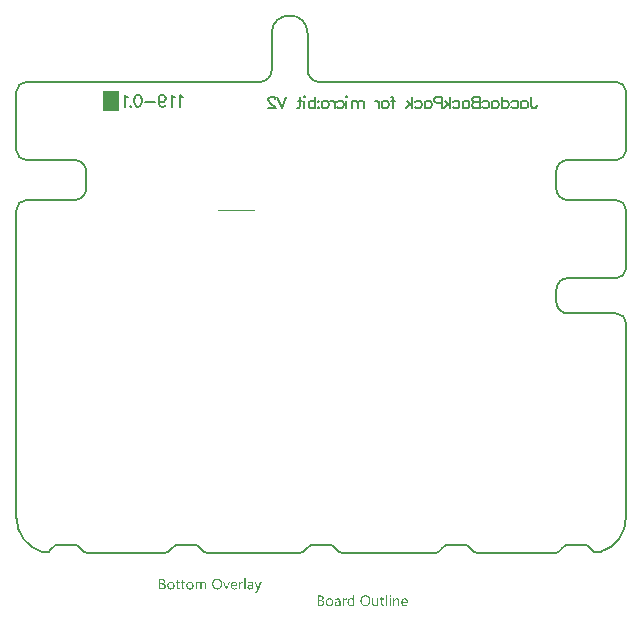
<source format=gbo>
G04*
G04 #@! TF.GenerationSoftware,Altium Limited,Altium Designer,22.11.1 (43)*
G04*
G04 Layer_Color=32896*
%FSAX44Y44*%
%MOMM*%
G71*
G04*
G04 #@! TF.SameCoordinates,9ACCB5CA-CB32-4648-9133-37158E338149*
G04*
G04*
G04 #@! TF.FilePolarity,Positive*
G04*
G01*
G75*
%ADD13C,0.2000*%
%ADD14C,0.1000*%
%ADD92C,0.1600*%
%ADD93R,1.4500X1.7750*%
G36*
X-00099332Y-00077064D02*
X-00099285Y-00077064D01*
X-00099230Y-00077072D01*
X-00099097Y-00077095D01*
X-00098940Y-00077134D01*
X-00098759Y-00077189D01*
X-00098571Y-00077276D01*
X-00098375Y-00077378D01*
X-00098273Y-00077448D01*
X-00098179Y-00077519D01*
X-00098084Y-00077597D01*
X-00097990Y-00077692D01*
X-00097896Y-00077794D01*
X-00097810Y-00077903D01*
X-00097731Y-00078021D01*
X-00097653Y-00078155D01*
X-00097582Y-00078296D01*
X-00097519Y-00078453D01*
X-00097465Y-00078618D01*
X-00097409Y-00078798D01*
X-00097378Y-00078987D01*
X-00097347Y-00079198D01*
X-00097331Y-00079418D01*
X-00097323Y-00079654D01*
X-00097323Y-00083578D01*
X-00098343Y-00083578D01*
X-00098343Y-00079921D01*
X-00098343Y-00079905D01*
X-00098343Y-00079873D01*
X-00098343Y-00079819D01*
X-00098351Y-00079748D01*
X-00098351Y-00079662D01*
X-00098359Y-00079560D01*
X-00098367Y-00079450D01*
X-00098383Y-00079332D01*
X-00098422Y-00079081D01*
X-00098485Y-00078830D01*
X-00098516Y-00078704D01*
X-00098563Y-00078594D01*
X-00098618Y-00078484D01*
X-00098673Y-00078390D01*
X-00098673Y-00078382D01*
X-00098689Y-00078367D01*
X-00098705Y-00078343D01*
X-00098736Y-00078320D01*
X-00098767Y-00078280D01*
X-00098814Y-00078241D01*
X-00098869Y-00078202D01*
X-00098932Y-00078155D01*
X-00099003Y-00078108D01*
X-00099081Y-00078068D01*
X-00099176Y-00078029D01*
X-00099270Y-00077990D01*
X-00099380Y-00077966D01*
X-00099505Y-00077943D01*
X-00099631Y-00077927D01*
X-00099772Y-00077919D01*
X-00099835Y-00077919D01*
X-00099882Y-00077927D01*
X-00099937Y-00077935D01*
X-00100000Y-00077951D01*
X-00100156Y-00077990D01*
X-00100243Y-00078021D01*
X-00100329Y-00078068D01*
X-00100423Y-00078115D01*
X-00100510Y-00078170D01*
X-00100604Y-00078241D01*
X-00100698Y-00078320D01*
X-00100792Y-00078414D01*
X-00100879Y-00078516D01*
X-00100886Y-00078524D01*
X-00100894Y-00078539D01*
X-00100918Y-00078579D01*
X-00100949Y-00078618D01*
X-00100981Y-00078681D01*
X-00101020Y-00078751D01*
X-00101067Y-00078830D01*
X-00101106Y-00078916D01*
X-00101145Y-00079018D01*
X-00101193Y-00079128D01*
X-00101232Y-00079246D01*
X-00101263Y-00079371D01*
X-00101295Y-00079505D01*
X-00101310Y-00079646D01*
X-00101326Y-00079787D01*
X-00101334Y-00079944D01*
X-00101334Y-00083578D01*
X-00102354Y-00083578D01*
X-00102354Y-00079795D01*
X-00102354Y-00079787D01*
X-00102354Y-00079771D01*
X-00102354Y-00079748D01*
X-00102354Y-00079717D01*
X-00102362Y-00079669D01*
X-00102362Y-00079622D01*
X-00102378Y-00079505D01*
X-00102401Y-00079363D01*
X-00102433Y-00079198D01*
X-00102472Y-00079034D01*
X-00102535Y-00078853D01*
X-00102613Y-00078681D01*
X-00102707Y-00078516D01*
X-00102825Y-00078351D01*
X-00102966Y-00078210D01*
X-00103131Y-00078092D01*
X-00103225Y-00078045D01*
X-00103327Y-00077998D01*
X-00103437Y-00077966D01*
X-00103547Y-00077943D01*
X-00103673Y-00077927D01*
X-00103806Y-00077919D01*
X-00103869Y-00077919D01*
X-00103916Y-00077927D01*
X-00103979Y-00077935D01*
X-00104042Y-00077951D01*
X-00104199Y-00077990D01*
X-00104285Y-00078021D01*
X-00104371Y-00078060D01*
X-00104465Y-00078100D01*
X-00104560Y-00078155D01*
X-00104654Y-00078225D01*
X-00104748Y-00078296D01*
X-00104834Y-00078382D01*
X-00104921Y-00078484D01*
X-00104929Y-00078492D01*
X-00104936Y-00078508D01*
X-00104960Y-00078539D01*
X-00104991Y-00078586D01*
X-00105023Y-00078641D01*
X-00105054Y-00078704D01*
X-00105093Y-00078783D01*
X-00105133Y-00078877D01*
X-00105180Y-00078979D01*
X-00105219Y-00079089D01*
X-00105250Y-00079206D01*
X-00105282Y-00079332D01*
X-00105313Y-00079473D01*
X-00105337Y-00079622D01*
X-00105344Y-00079779D01*
X-00105352Y-00079944D01*
X-00105352Y-00083578D01*
X-00106373Y-00083578D01*
X-00106373Y-00077205D01*
X-00105352Y-00077205D01*
X-00105352Y-00078217D01*
X-00105329Y-00078217D01*
X-00105321Y-00078202D01*
X-00105297Y-00078170D01*
X-00105258Y-00078108D01*
X-00105203Y-00078037D01*
X-00105133Y-00077951D01*
X-00105046Y-00077849D01*
X-00104944Y-00077747D01*
X-00104826Y-00077637D01*
X-00104693Y-00077527D01*
X-00104544Y-00077425D01*
X-00104379Y-00077323D01*
X-00104206Y-00077236D01*
X-00104010Y-00077166D01*
X-00103798Y-00077103D01*
X-00103579Y-00077072D01*
X-00103343Y-00077056D01*
X-00103280Y-00077056D01*
X-00103233Y-00077064D01*
X-00103178Y-00077064D01*
X-00103108Y-00077072D01*
X-00103037Y-00077087D01*
X-00102958Y-00077103D01*
X-00102778Y-00077142D01*
X-00102590Y-00077213D01*
X-00102401Y-00077299D01*
X-00102307Y-00077362D01*
X-00102213Y-00077425D01*
X-00102205Y-00077433D01*
X-00102189Y-00077440D01*
X-00102166Y-00077464D01*
X-00102134Y-00077488D01*
X-00102048Y-00077574D01*
X-00101946Y-00077676D01*
X-00101836Y-00077817D01*
X-00101726Y-00077982D01*
X-00101624Y-00078170D01*
X-00101546Y-00078382D01*
X-00101538Y-00078367D01*
X-00101514Y-00078327D01*
X-00101467Y-00078257D01*
X-00101412Y-00078178D01*
X-00101334Y-00078076D01*
X-00101248Y-00077958D01*
X-00101138Y-00077841D01*
X-00101012Y-00077715D01*
X-00100871Y-00077597D01*
X-00100714Y-00077472D01*
X-00100541Y-00077362D01*
X-00100353Y-00077260D01*
X-00100141Y-00077181D01*
X-00099921Y-00077111D01*
X-00099678Y-00077072D01*
X-00099427Y-00077056D01*
X-00099372Y-00077056D01*
X-00099332Y-00077064D01*
X-00099332Y-00077064D02*
G37*
G36*
X-00066667Y-00077103D02*
X-00066580Y-00077103D01*
X-00066486Y-00077119D01*
X-00066384Y-00077134D01*
X-00066282Y-00077150D01*
X-00066196Y-00077181D01*
X-00066196Y-00078241D01*
X-00066211Y-00078233D01*
X-00066243Y-00078210D01*
X-00066305Y-00078178D01*
X-00066392Y-00078139D01*
X-00066510Y-00078100D01*
X-00066635Y-00078068D01*
X-00066792Y-00078045D01*
X-00066973Y-00078037D01*
X-00067035Y-00078037D01*
X-00067083Y-00078045D01*
X-00067137Y-00078053D01*
X-00067200Y-00078068D01*
X-00067349Y-00078115D01*
X-00067436Y-00078147D01*
X-00067522Y-00078186D01*
X-00067616Y-00078241D01*
X-00067710Y-00078296D01*
X-00067797Y-00078367D01*
X-00067891Y-00078453D01*
X-00067977Y-00078547D01*
X-00068064Y-00078657D01*
X-00068071Y-00078665D01*
X-00068079Y-00078688D01*
X-00068103Y-00078720D01*
X-00068134Y-00078767D01*
X-00068166Y-00078830D01*
X-00068205Y-00078908D01*
X-00068244Y-00078994D01*
X-00068283Y-00079096D01*
X-00068323Y-00079206D01*
X-00068362Y-00079332D01*
X-00068401Y-00079473D01*
X-00068432Y-00079622D01*
X-00068464Y-00079787D01*
X-00068487Y-00079960D01*
X-00068495Y-00080140D01*
X-00068503Y-00080337D01*
X-00068503Y-00083578D01*
X-00069524Y-00083578D01*
X-00069524Y-00077205D01*
X-00068503Y-00077205D01*
X-00068503Y-00078524D01*
X-00068480Y-00078524D01*
X-00068480Y-00078516D01*
X-00068472Y-00078492D01*
X-00068456Y-00078461D01*
X-00068440Y-00078414D01*
X-00068417Y-00078359D01*
X-00068385Y-00078288D01*
X-00068315Y-00078139D01*
X-00068221Y-00077966D01*
X-00068103Y-00077794D01*
X-00067969Y-00077629D01*
X-00067812Y-00077472D01*
X-00067805Y-00077464D01*
X-00067789Y-00077456D01*
X-00067765Y-00077440D01*
X-00067734Y-00077409D01*
X-00067695Y-00077386D01*
X-00067640Y-00077354D01*
X-00067522Y-00077284D01*
X-00067373Y-00077213D01*
X-00067200Y-00077150D01*
X-00067012Y-00077111D01*
X-00066910Y-00077103D01*
X-00066808Y-00077095D01*
X-00066745Y-00077095D01*
X-00066667Y-00077103D01*
X-00066667Y-00077103D02*
G37*
G36*
X-00053379Y-00084598D02*
X-00053379Y-00084606D01*
X-00053387Y-00084622D01*
X-00053402Y-00084645D01*
X-00053418Y-00084685D01*
X-00053434Y-00084732D01*
X-00053457Y-00084779D01*
X-00053520Y-00084904D01*
X-00053607Y-00085054D01*
X-00053701Y-00085226D01*
X-00053818Y-00085399D01*
X-00053952Y-00085587D01*
X-00054101Y-00085768D01*
X-00054266Y-00085948D01*
X-00054446Y-00086121D01*
X-00054643Y-00086270D01*
X-00054854Y-00086396D01*
X-00054964Y-00086443D01*
X-00055082Y-00086490D01*
X-00055200Y-00086529D01*
X-00055325Y-00086553D01*
X-00055451Y-00086568D01*
X-00055584Y-00086576D01*
X-00055647Y-00086576D01*
X-00055726Y-00086568D01*
X-00055820Y-00086568D01*
X-00055922Y-00086553D01*
X-00056032Y-00086537D01*
X-00056149Y-00086521D01*
X-00056252Y-00086490D01*
X-00056252Y-00085579D01*
X-00056236Y-00085587D01*
X-00056196Y-00085595D01*
X-00056134Y-00085611D01*
X-00056055Y-00085634D01*
X-00055961Y-00085658D01*
X-00055859Y-00085674D01*
X-00055749Y-00085681D01*
X-00055647Y-00085689D01*
X-00055616Y-00085689D01*
X-00055577Y-00085681D01*
X-00055522Y-00085674D01*
X-00055459Y-00085658D01*
X-00055380Y-00085642D01*
X-00055302Y-00085611D01*
X-00055208Y-00085572D01*
X-00055121Y-00085525D01*
X-00055019Y-00085462D01*
X-00054925Y-00085391D01*
X-00054831Y-00085305D01*
X-00054737Y-00085195D01*
X-00054643Y-00085077D01*
X-00054564Y-00084936D01*
X-00054486Y-00084771D01*
X-00053975Y-00083570D01*
X-00056463Y-00077205D01*
X-00055333Y-00077205D01*
X-00053607Y-00082110D01*
X-00053607Y-00082118D01*
X-00053599Y-00082134D01*
X-00053591Y-00082157D01*
X-00053575Y-00082205D01*
X-00053559Y-00082267D01*
X-00053544Y-00082354D01*
X-00053512Y-00082464D01*
X-00053481Y-00082597D01*
X-00053442Y-00082597D01*
X-00053442Y-00082589D01*
X-00053434Y-00082566D01*
X-00053426Y-00082534D01*
X-00053410Y-00082479D01*
X-00053395Y-00082416D01*
X-00053379Y-00082338D01*
X-00053348Y-00082236D01*
X-00053316Y-00082126D01*
X-00051503Y-00077205D01*
X-00050451Y-00077205D01*
X-00053379Y-00084598D01*
X-00053379Y-00084598D02*
G37*
G36*
X-00079821Y-00083578D02*
X-00080825Y-00083578D01*
X-00083235Y-00077205D01*
X-00082121Y-00077205D01*
X-00080496Y-00081836D01*
X-00080496Y-00081844D01*
X-00080488Y-00081859D01*
X-00080480Y-00081883D01*
X-00080464Y-00081922D01*
X-00080449Y-00081969D01*
X-00080433Y-00082016D01*
X-00080402Y-00082142D01*
X-00080362Y-00082275D01*
X-00080323Y-00082424D01*
X-00080300Y-00082581D01*
X-00080276Y-00082730D01*
X-00080253Y-00082730D01*
X-00080253Y-00082723D01*
X-00080253Y-00082707D01*
X-00080245Y-00082683D01*
X-00080237Y-00082652D01*
X-00080237Y-00082605D01*
X-00080221Y-00082558D01*
X-00080205Y-00082440D01*
X-00080174Y-00082307D01*
X-00080143Y-00082165D01*
X-00080096Y-00082016D01*
X-00080048Y-00081867D01*
X-00078361Y-00077205D01*
X-00077286Y-00077205D01*
X-00079821Y-00083578D01*
X-00079821Y-00083578D02*
G37*
G36*
X-00059595Y-00077064D02*
X-00059540Y-00077064D01*
X-00059485Y-00077072D01*
X-00059415Y-00077079D01*
X-00059336Y-00077095D01*
X-00059171Y-00077126D01*
X-00058975Y-00077181D01*
X-00058779Y-00077252D01*
X-00058567Y-00077354D01*
X-00058355Y-00077480D01*
X-00058253Y-00077550D01*
X-00058151Y-00077637D01*
X-00058057Y-00077731D01*
X-00057962Y-00077825D01*
X-00057876Y-00077935D01*
X-00057798Y-00078060D01*
X-00057719Y-00078186D01*
X-00057649Y-00078327D01*
X-00057594Y-00078484D01*
X-00057539Y-00078649D01*
X-00057499Y-00078822D01*
X-00057468Y-00079018D01*
X-00057452Y-00079214D01*
X-00057445Y-00079434D01*
X-00057445Y-00083578D01*
X-00058465Y-00083578D01*
X-00058465Y-00082589D01*
X-00058488Y-00082589D01*
X-00058496Y-00082605D01*
X-00058520Y-00082636D01*
X-00058559Y-00082691D01*
X-00058614Y-00082770D01*
X-00058685Y-00082856D01*
X-00058771Y-00082950D01*
X-00058865Y-00083052D01*
X-00058983Y-00083154D01*
X-00059116Y-00083264D01*
X-00059257Y-00083366D01*
X-00059422Y-00083460D01*
X-00059595Y-00083547D01*
X-00059791Y-00083625D01*
X-00059995Y-00083680D01*
X-00060215Y-00083712D01*
X-00060451Y-00083727D01*
X-00060545Y-00083727D01*
X-00060607Y-00083719D01*
X-00060686Y-00083712D01*
X-00060780Y-00083704D01*
X-00060882Y-00083688D01*
X-00060992Y-00083664D01*
X-00061235Y-00083602D01*
X-00061353Y-00083562D01*
X-00061479Y-00083515D01*
X-00061604Y-00083460D01*
X-00061722Y-00083390D01*
X-00061832Y-00083311D01*
X-00061942Y-00083225D01*
X-00061950Y-00083217D01*
X-00061965Y-00083201D01*
X-00061989Y-00083170D01*
X-00062028Y-00083131D01*
X-00062067Y-00083084D01*
X-00062106Y-00083021D01*
X-00062161Y-00082950D01*
X-00062209Y-00082872D01*
X-00062256Y-00082778D01*
X-00062303Y-00082676D01*
X-00062350Y-00082566D01*
X-00062389Y-00082448D01*
X-00062428Y-00082322D01*
X-00062452Y-00082189D01*
X-00062468Y-00082040D01*
X-00062475Y-00081891D01*
X-00062475Y-00081883D01*
X-00062475Y-00081867D01*
X-00062475Y-00081844D01*
X-00062468Y-00081812D01*
X-00062468Y-00081773D01*
X-00062460Y-00081726D01*
X-00062444Y-00081608D01*
X-00062413Y-00081467D01*
X-00062365Y-00081310D01*
X-00062303Y-00081137D01*
X-00062209Y-00080957D01*
X-00062099Y-00080776D01*
X-00061965Y-00080596D01*
X-00061879Y-00080509D01*
X-00061793Y-00080423D01*
X-00061691Y-00080337D01*
X-00061589Y-00080258D01*
X-00061471Y-00080180D01*
X-00061345Y-00080109D01*
X-00061212Y-00080046D01*
X-00061063Y-00079983D01*
X-00060906Y-00079928D01*
X-00060741Y-00079881D01*
X-00060560Y-00079842D01*
X-00060372Y-00079811D01*
X-00058465Y-00079544D01*
X-00058465Y-00079536D01*
X-00058465Y-00079528D01*
X-00058465Y-00079505D01*
X-00058465Y-00079473D01*
X-00058473Y-00079395D01*
X-00058488Y-00079293D01*
X-00058504Y-00079167D01*
X-00058535Y-00079026D01*
X-00058575Y-00078885D01*
X-00058630Y-00078728D01*
X-00058700Y-00078579D01*
X-00058787Y-00078429D01*
X-00058889Y-00078296D01*
X-00059014Y-00078170D01*
X-00059171Y-00078068D01*
X-00059344Y-00077990D01*
X-00059438Y-00077958D01*
X-00059548Y-00077935D01*
X-00059658Y-00077927D01*
X-00059776Y-00077919D01*
X-00059830Y-00077919D01*
X-00059885Y-00077927D01*
X-00059972Y-00077935D01*
X-00060074Y-00077943D01*
X-00060191Y-00077958D01*
X-00060325Y-00077982D01*
X-00060466Y-00078013D01*
X-00060623Y-00078060D01*
X-00060788Y-00078108D01*
X-00060961Y-00078170D01*
X-00061141Y-00078249D01*
X-00061322Y-00078343D01*
X-00061502Y-00078445D01*
X-00061683Y-00078563D01*
X-00061855Y-00078704D01*
X-00061855Y-00077660D01*
X-00061848Y-00077652D01*
X-00061816Y-00077637D01*
X-00061761Y-00077605D01*
X-00061691Y-00077566D01*
X-00061596Y-00077519D01*
X-00061494Y-00077472D01*
X-00061369Y-00077417D01*
X-00061227Y-00077354D01*
X-00061078Y-00077299D01*
X-00060914Y-00077244D01*
X-00060733Y-00077197D01*
X-00060545Y-00077150D01*
X-00060341Y-00077111D01*
X-00060136Y-00077079D01*
X-00059917Y-00077064D01*
X-00059689Y-00077056D01*
X-00059634Y-00077056D01*
X-00059595Y-00077064D01*
X-00059595Y-00077064D02*
G37*
G36*
X-00064069Y-00083578D02*
X-00065089Y-00083578D01*
X-00065089Y-00074144D01*
X-00064069Y-00074144D01*
X-00064069Y-00083578D01*
X-00064069Y-00083578D02*
G37*
G36*
X-00134384Y-00074662D02*
X-00134290Y-00074670D01*
X-00134180Y-00074686D01*
X-00134055Y-00074701D01*
X-00133913Y-00074725D01*
X-00133772Y-00074756D01*
X-00133623Y-00074795D01*
X-00133466Y-00074843D01*
X-00133317Y-00074897D01*
X-00133160Y-00074960D01*
X-00133019Y-00075039D01*
X-00132877Y-00075125D01*
X-00132744Y-00075227D01*
X-00132736Y-00075235D01*
X-00132712Y-00075251D01*
X-00132681Y-00075282D01*
X-00132642Y-00075329D01*
X-00132587Y-00075384D01*
X-00132532Y-00075455D01*
X-00132469Y-00075533D01*
X-00132406Y-00075620D01*
X-00132344Y-00075722D01*
X-00132281Y-00075831D01*
X-00132226Y-00075957D01*
X-00132171Y-00076083D01*
X-00132132Y-00076224D01*
X-00132100Y-00076373D01*
X-00132077Y-00076530D01*
X-00132069Y-00076695D01*
X-00132069Y-00076703D01*
X-00132069Y-00076726D01*
X-00132069Y-00076765D01*
X-00132077Y-00076820D01*
X-00132085Y-00076891D01*
X-00132093Y-00076962D01*
X-00132100Y-00077048D01*
X-00132116Y-00077142D01*
X-00132171Y-00077354D01*
X-00132242Y-00077574D01*
X-00132289Y-00077692D01*
X-00132344Y-00077801D01*
X-00132406Y-00077911D01*
X-00132477Y-00078021D01*
X-00132485Y-00078029D01*
X-00132493Y-00078045D01*
X-00132516Y-00078076D01*
X-00132556Y-00078115D01*
X-00132595Y-00078155D01*
X-00132642Y-00078210D01*
X-00132705Y-00078264D01*
X-00132767Y-00078327D01*
X-00132846Y-00078390D01*
X-00132932Y-00078461D01*
X-00133027Y-00078524D01*
X-00133128Y-00078594D01*
X-00133238Y-00078657D01*
X-00133348Y-00078712D01*
X-00133607Y-00078814D01*
X-00133607Y-00078837D01*
X-00133599Y-00078837D01*
X-00133568Y-00078845D01*
X-00133521Y-00078853D01*
X-00133458Y-00078861D01*
X-00133380Y-00078877D01*
X-00133293Y-00078900D01*
X-00133191Y-00078932D01*
X-00133089Y-00078963D01*
X-00132862Y-00079049D01*
X-00132736Y-00079104D01*
X-00132618Y-00079175D01*
X-00132501Y-00079246D01*
X-00132383Y-00079324D01*
X-00132265Y-00079418D01*
X-00132163Y-00079520D01*
X-00132155Y-00079528D01*
X-00132140Y-00079544D01*
X-00132116Y-00079575D01*
X-00132077Y-00079622D01*
X-00132038Y-00079685D01*
X-00131990Y-00079748D01*
X-00131943Y-00079834D01*
X-00131888Y-00079921D01*
X-00131841Y-00080023D01*
X-00131794Y-00080140D01*
X-00131747Y-00080258D01*
X-00131708Y-00080392D01*
X-00131669Y-00080541D01*
X-00131645Y-00080690D01*
X-00131629Y-00080847D01*
X-00131622Y-00081019D01*
X-00131622Y-00081035D01*
X-00131622Y-00081067D01*
X-00131629Y-00081129D01*
X-00131637Y-00081208D01*
X-00131645Y-00081310D01*
X-00131669Y-00081420D01*
X-00131692Y-00081545D01*
X-00131724Y-00081679D01*
X-00131771Y-00081828D01*
X-00131826Y-00081977D01*
X-00131888Y-00082126D01*
X-00131967Y-00082283D01*
X-00132061Y-00082440D01*
X-00132171Y-00082589D01*
X-00132297Y-00082730D01*
X-00132446Y-00082872D01*
X-00132453Y-00082879D01*
X-00132485Y-00082903D01*
X-00132532Y-00082935D01*
X-00132595Y-00082982D01*
X-00132673Y-00083036D01*
X-00132775Y-00083091D01*
X-00132885Y-00083162D01*
X-00133011Y-00083225D01*
X-00133160Y-00083288D01*
X-00133317Y-00083350D01*
X-00133482Y-00083413D01*
X-00133670Y-00083468D01*
X-00133866Y-00083515D01*
X-00134070Y-00083547D01*
X-00134290Y-00083570D01*
X-00134518Y-00083578D01*
X-00137116Y-00083578D01*
X-00137116Y-00074654D01*
X-00134471Y-00074654D01*
X-00134384Y-00074662D01*
X-00134384Y-00074662D02*
G37*
G36*
X-00116811Y-00077205D02*
X-00115202Y-00077205D01*
X-00115202Y-00078084D01*
X-00116811Y-00078084D01*
X-00116811Y-00081671D01*
X-00116811Y-00081679D01*
X-00116811Y-00081702D01*
X-00116811Y-00081734D01*
X-00116811Y-00081773D01*
X-00116803Y-00081828D01*
X-00116796Y-00081891D01*
X-00116780Y-00082024D01*
X-00116756Y-00082181D01*
X-00116717Y-00082330D01*
X-00116662Y-00082471D01*
X-00116631Y-00082534D01*
X-00116592Y-00082589D01*
X-00116584Y-00082597D01*
X-00116552Y-00082628D01*
X-00116497Y-00082676D01*
X-00116419Y-00082723D01*
X-00116317Y-00082778D01*
X-00116191Y-00082817D01*
X-00116042Y-00082848D01*
X-00115869Y-00082864D01*
X-00115807Y-00082864D01*
X-00115736Y-00082856D01*
X-00115642Y-00082840D01*
X-00115540Y-00082809D01*
X-00115422Y-00082778D01*
X-00115312Y-00082723D01*
X-00115202Y-00082652D01*
X-00115202Y-00083523D01*
X-00115210Y-00083523D01*
X-00115218Y-00083531D01*
X-00115242Y-00083539D01*
X-00115265Y-00083554D01*
X-00115351Y-00083586D01*
X-00115454Y-00083617D01*
X-00115595Y-00083649D01*
X-00115760Y-00083680D01*
X-00115948Y-00083704D01*
X-00116160Y-00083712D01*
X-00116230Y-00083712D01*
X-00116317Y-00083696D01*
X-00116419Y-00083680D01*
X-00116544Y-00083657D01*
X-00116686Y-00083609D01*
X-00116843Y-00083554D01*
X-00116992Y-00083476D01*
X-00117149Y-00083382D01*
X-00117306Y-00083256D01*
X-00117447Y-00083107D01*
X-00117510Y-00083021D01*
X-00117573Y-00082927D01*
X-00117627Y-00082825D01*
X-00117675Y-00082715D01*
X-00117722Y-00082597D01*
X-00117761Y-00082464D01*
X-00117792Y-00082330D01*
X-00117816Y-00082181D01*
X-00117824Y-00082024D01*
X-00117832Y-00081851D01*
X-00117832Y-00078084D01*
X-00118923Y-00078084D01*
X-00118923Y-00077205D01*
X-00117832Y-00077205D01*
X-00117832Y-00075651D01*
X-00116811Y-00075321D01*
X-00116811Y-00077205D01*
X-00116811Y-00077205D02*
G37*
G36*
X-00121128Y-00077205D02*
X-00119519Y-00077205D01*
X-00119519Y-00078084D01*
X-00121128Y-00078084D01*
X-00121128Y-00081671D01*
X-00121128Y-00081679D01*
X-00121128Y-00081702D01*
X-00121128Y-00081734D01*
X-00121128Y-00081773D01*
X-00121120Y-00081828D01*
X-00121112Y-00081891D01*
X-00121097Y-00082024D01*
X-00121073Y-00082181D01*
X-00121034Y-00082330D01*
X-00120979Y-00082471D01*
X-00120948Y-00082534D01*
X-00120908Y-00082589D01*
X-00120900Y-00082597D01*
X-00120869Y-00082628D01*
X-00120814Y-00082676D01*
X-00120736Y-00082723D01*
X-00120633Y-00082778D01*
X-00120508Y-00082817D01*
X-00120359Y-00082848D01*
X-00120186Y-00082864D01*
X-00120123Y-00082864D01*
X-00120053Y-00082856D01*
X-00119959Y-00082840D01*
X-00119857Y-00082809D01*
X-00119739Y-00082778D01*
X-00119629Y-00082723D01*
X-00119519Y-00082652D01*
X-00119519Y-00083523D01*
X-00119527Y-00083523D01*
X-00119535Y-00083531D01*
X-00119558Y-00083539D01*
X-00119582Y-00083554D01*
X-00119668Y-00083586D01*
X-00119770Y-00083617D01*
X-00119911Y-00083649D01*
X-00120076Y-00083680D01*
X-00120265Y-00083704D01*
X-00120477Y-00083712D01*
X-00120547Y-00083712D01*
X-00120633Y-00083696D01*
X-00120736Y-00083680D01*
X-00120861Y-00083657D01*
X-00121002Y-00083609D01*
X-00121159Y-00083554D01*
X-00121308Y-00083476D01*
X-00121466Y-00083382D01*
X-00121622Y-00083256D01*
X-00121764Y-00083107D01*
X-00121826Y-00083021D01*
X-00121889Y-00082927D01*
X-00121944Y-00082825D01*
X-00121991Y-00082715D01*
X-00122038Y-00082597D01*
X-00122078Y-00082464D01*
X-00122109Y-00082330D01*
X-00122133Y-00082181D01*
X-00122141Y-00082024D01*
X-00122148Y-00081851D01*
X-00122148Y-00078084D01*
X-00123239Y-00078084D01*
X-00123239Y-00077205D01*
X-00122148Y-00077205D01*
X-00122148Y-00075651D01*
X-00121128Y-00075321D01*
X-00121128Y-00077205D01*
X-00121128Y-00077205D02*
G37*
G36*
X-00073566Y-00077064D02*
X-00073479Y-00077072D01*
X-00073369Y-00077079D01*
X-00073252Y-00077095D01*
X-00073118Y-00077126D01*
X-00072977Y-00077158D01*
X-00072820Y-00077197D01*
X-00072663Y-00077252D01*
X-00072506Y-00077323D01*
X-00072341Y-00077401D01*
X-00072184Y-00077495D01*
X-00072035Y-00077605D01*
X-00071886Y-00077731D01*
X-00071753Y-00077872D01*
X-00071745Y-00077880D01*
X-00071721Y-00077911D01*
X-00071690Y-00077958D01*
X-00071643Y-00078021D01*
X-00071596Y-00078100D01*
X-00071533Y-00078202D01*
X-00071470Y-00078320D01*
X-00071407Y-00078453D01*
X-00071344Y-00078610D01*
X-00071281Y-00078775D01*
X-00071219Y-00078963D01*
X-00071172Y-00079159D01*
X-00071125Y-00079379D01*
X-00071093Y-00079607D01*
X-00071070Y-00079858D01*
X-00071062Y-00080117D01*
X-00071062Y-00080651D01*
X-00075567Y-00080651D01*
X-00075567Y-00080666D01*
X-00075567Y-00080698D01*
X-00075559Y-00080752D01*
X-00075551Y-00080823D01*
X-00075543Y-00080917D01*
X-00075528Y-00081019D01*
X-00075512Y-00081129D01*
X-00075480Y-00081255D01*
X-00075410Y-00081522D01*
X-00075363Y-00081655D01*
X-00075308Y-00081796D01*
X-00075245Y-00081930D01*
X-00075174Y-00082063D01*
X-00075088Y-00082181D01*
X-00074994Y-00082299D01*
X-00074986Y-00082307D01*
X-00074970Y-00082322D01*
X-00074939Y-00082354D01*
X-00074892Y-00082385D01*
X-00074837Y-00082432D01*
X-00074766Y-00082479D01*
X-00074688Y-00082534D01*
X-00074601Y-00082581D01*
X-00074500Y-00082636D01*
X-00074382Y-00082691D01*
X-00074264Y-00082738D01*
X-00074123Y-00082785D01*
X-00073981Y-00082817D01*
X-00073825Y-00082848D01*
X-00073660Y-00082864D01*
X-00073487Y-00082872D01*
X-00073440Y-00082872D01*
X-00073385Y-00082864D01*
X-00073306Y-00082864D01*
X-00073212Y-00082848D01*
X-00073102Y-00082832D01*
X-00072977Y-00082809D01*
X-00072836Y-00082785D01*
X-00072686Y-00082746D01*
X-00072530Y-00082699D01*
X-00072365Y-00082644D01*
X-00072200Y-00082573D01*
X-00072027Y-00082495D01*
X-00071855Y-00082401D01*
X-00071682Y-00082291D01*
X-00071509Y-00082165D01*
X-00071509Y-00083123D01*
X-00071517Y-00083131D01*
X-00071548Y-00083146D01*
X-00071596Y-00083178D01*
X-00071658Y-00083217D01*
X-00071745Y-00083264D01*
X-00071847Y-00083311D01*
X-00071964Y-00083366D01*
X-00072098Y-00083421D01*
X-00072255Y-00083484D01*
X-00072420Y-00083539D01*
X-00072600Y-00083586D01*
X-00072796Y-00083633D01*
X-00073008Y-00083672D01*
X-00073236Y-00083704D01*
X-00073479Y-00083719D01*
X-00073730Y-00083727D01*
X-00073793Y-00083727D01*
X-00073856Y-00083719D01*
X-00073950Y-00083712D01*
X-00074068Y-00083704D01*
X-00074201Y-00083680D01*
X-00074342Y-00083657D01*
X-00074500Y-00083617D01*
X-00074664Y-00083570D01*
X-00074837Y-00083515D01*
X-00075017Y-00083445D01*
X-00075190Y-00083366D01*
X-00075371Y-00083264D01*
X-00075535Y-00083146D01*
X-00075700Y-00083013D01*
X-00075849Y-00082864D01*
X-00075857Y-00082856D01*
X-00075881Y-00082825D01*
X-00075920Y-00082770D01*
X-00075967Y-00082699D01*
X-00076030Y-00082613D01*
X-00076093Y-00082503D01*
X-00076163Y-00082377D01*
X-00076234Y-00082228D01*
X-00076305Y-00082071D01*
X-00076375Y-00081883D01*
X-00076438Y-00081686D01*
X-00076501Y-00081467D01*
X-00076548Y-00081231D01*
X-00076587Y-00080980D01*
X-00076611Y-00080705D01*
X-00076619Y-00080423D01*
X-00076619Y-00080415D01*
X-00076619Y-00080407D01*
X-00076619Y-00080384D01*
X-00076619Y-00080360D01*
X-00076611Y-00080282D01*
X-00076603Y-00080172D01*
X-00076595Y-00080046D01*
X-00076571Y-00079905D01*
X-00076548Y-00079740D01*
X-00076517Y-00079560D01*
X-00076469Y-00079371D01*
X-00076414Y-00079175D01*
X-00076344Y-00078971D01*
X-00076265Y-00078767D01*
X-00076171Y-00078571D01*
X-00076054Y-00078367D01*
X-00075928Y-00078178D01*
X-00075779Y-00077998D01*
X-00075771Y-00077990D01*
X-00075739Y-00077958D01*
X-00075693Y-00077911D01*
X-00075630Y-00077849D01*
X-00075543Y-00077778D01*
X-00075441Y-00077699D01*
X-00075331Y-00077613D01*
X-00075198Y-00077527D01*
X-00075057Y-00077440D01*
X-00074892Y-00077354D01*
X-00074719Y-00077276D01*
X-00074539Y-00077205D01*
X-00074342Y-00077142D01*
X-00074131Y-00077095D01*
X-00073911Y-00077064D01*
X-00073683Y-00077056D01*
X-00073628Y-00077056D01*
X-00073566Y-00077064D01*
X-00073566Y-00077064D02*
G37*
G36*
X-00087889Y-00074513D02*
X-00087834Y-00074513D01*
X-00087779Y-00074521D01*
X-00087709Y-00074521D01*
X-00087552Y-00074544D01*
X-00087371Y-00074568D01*
X-00087167Y-00074607D01*
X-00086947Y-00074662D01*
X-00086720Y-00074725D01*
X-00086476Y-00074811D01*
X-00086233Y-00074913D01*
X-00085982Y-00075031D01*
X-00085731Y-00075172D01*
X-00085495Y-00075337D01*
X-00085260Y-00075533D01*
X-00085040Y-00075753D01*
X-00085024Y-00075769D01*
X-00084993Y-00075808D01*
X-00084938Y-00075879D01*
X-00084860Y-00075981D01*
X-00084781Y-00076106D01*
X-00084679Y-00076255D01*
X-00084577Y-00076428D01*
X-00084475Y-00076624D01*
X-00084373Y-00076852D01*
X-00084271Y-00077095D01*
X-00084169Y-00077362D01*
X-00084083Y-00077652D01*
X-00084012Y-00077966D01*
X-00083957Y-00078296D01*
X-00083926Y-00078641D01*
X-00083910Y-00079010D01*
X-00083910Y-00079018D01*
X-00083910Y-00079034D01*
X-00083910Y-00079065D01*
X-00083910Y-00079104D01*
X-00083918Y-00079159D01*
X-00083918Y-00079222D01*
X-00083926Y-00079293D01*
X-00083926Y-00079371D01*
X-00083933Y-00079458D01*
X-00083941Y-00079552D01*
X-00083973Y-00079764D01*
X-00084004Y-00080007D01*
X-00084051Y-00080258D01*
X-00084114Y-00080533D01*
X-00084192Y-00080815D01*
X-00084287Y-00081098D01*
X-00084397Y-00081388D01*
X-00084530Y-00081671D01*
X-00084687Y-00081953D01*
X-00084867Y-00082212D01*
X-00085071Y-00082464D01*
X-00085087Y-00082479D01*
X-00085126Y-00082519D01*
X-00085189Y-00082581D01*
X-00085283Y-00082660D01*
X-00085401Y-00082754D01*
X-00085542Y-00082864D01*
X-00085699Y-00082974D01*
X-00085888Y-00083091D01*
X-00086100Y-00083209D01*
X-00086335Y-00083327D01*
X-00086586Y-00083437D01*
X-00086861Y-00083531D01*
X-00087159Y-00083609D01*
X-00087473Y-00083672D01*
X-00087811Y-00083712D01*
X-00088164Y-00083727D01*
X-00088250Y-00083727D01*
X-00088289Y-00083719D01*
X-00088344Y-00083719D01*
X-00088407Y-00083712D01*
X-00088478Y-00083704D01*
X-00088643Y-00083688D01*
X-00088823Y-00083664D01*
X-00089035Y-00083625D01*
X-00089255Y-00083570D01*
X-00089498Y-00083507D01*
X-00089741Y-00083421D01*
X-00089993Y-00083319D01*
X-00090252Y-00083201D01*
X-00090503Y-00083060D01*
X-00090746Y-00082887D01*
X-00090989Y-00082699D01*
X-00091209Y-00082479D01*
X-00091225Y-00082464D01*
X-00091256Y-00082424D01*
X-00091311Y-00082354D01*
X-00091390Y-00082252D01*
X-00091476Y-00082126D01*
X-00091570Y-00081977D01*
X-00091672Y-00081804D01*
X-00091774Y-00081600D01*
X-00091884Y-00081380D01*
X-00091986Y-00081137D01*
X-00092080Y-00080870D01*
X-00092167Y-00080580D01*
X-00092245Y-00080266D01*
X-00092300Y-00079936D01*
X-00092331Y-00079591D01*
X-00092347Y-00079222D01*
X-00092347Y-00079214D01*
X-00092347Y-00079198D01*
X-00092347Y-00079167D01*
X-00092347Y-00079128D01*
X-00092339Y-00079073D01*
X-00092339Y-00079018D01*
X-00092331Y-00078947D01*
X-00092331Y-00078869D01*
X-00092324Y-00078783D01*
X-00092308Y-00078681D01*
X-00092284Y-00078476D01*
X-00092253Y-00078241D01*
X-00092198Y-00077990D01*
X-00092143Y-00077715D01*
X-00092065Y-00077440D01*
X-00091971Y-00077158D01*
X-00091861Y-00076867D01*
X-00091727Y-00076585D01*
X-00091570Y-00076310D01*
X-00091390Y-00076043D01*
X-00091186Y-00075792D01*
X-00091170Y-00075777D01*
X-00091131Y-00075737D01*
X-00091068Y-00075675D01*
X-00090974Y-00075588D01*
X-00090856Y-00075494D01*
X-00090707Y-00075384D01*
X-00090542Y-00075266D01*
X-00090354Y-00075149D01*
X-00090134Y-00075031D01*
X-00089898Y-00074913D01*
X-00089639Y-00074803D01*
X-00089357Y-00074709D01*
X-00089051Y-00074623D01*
X-00088729Y-00074560D01*
X-00088384Y-00074521D01*
X-00088015Y-00074505D01*
X-00087936Y-00074505D01*
X-00087889Y-00074513D01*
X-00087889Y-00074513D02*
G37*
G36*
X-00110893Y-00077064D02*
X-00110791Y-00077072D01*
X-00110674Y-00077079D01*
X-00110532Y-00077103D01*
X-00110383Y-00077126D01*
X-00110218Y-00077166D01*
X-00110038Y-00077213D01*
X-00109857Y-00077268D01*
X-00109677Y-00077338D01*
X-00109488Y-00077425D01*
X-00109308Y-00077527D01*
X-00109128Y-00077645D01*
X-00108963Y-00077778D01*
X-00108806Y-00077935D01*
X-00108798Y-00077943D01*
X-00108774Y-00077974D01*
X-00108735Y-00078029D01*
X-00108680Y-00078100D01*
X-00108617Y-00078186D01*
X-00108554Y-00078296D01*
X-00108476Y-00078422D01*
X-00108405Y-00078571D01*
X-00108327Y-00078735D01*
X-00108256Y-00078916D01*
X-00108194Y-00079112D01*
X-00108131Y-00079332D01*
X-00108076Y-00079567D01*
X-00108036Y-00079819D01*
X-00108013Y-00080085D01*
X-00108005Y-00080368D01*
X-00108005Y-00080376D01*
X-00108005Y-00080384D01*
X-00108005Y-00080407D01*
X-00108005Y-00080439D01*
X-00108013Y-00080517D01*
X-00108021Y-00080619D01*
X-00108029Y-00080752D01*
X-00108052Y-00080902D01*
X-00108076Y-00081067D01*
X-00108115Y-00081247D01*
X-00108162Y-00081435D01*
X-00108217Y-00081639D01*
X-00108288Y-00081844D01*
X-00108366Y-00082048D01*
X-00108468Y-00082252D01*
X-00108586Y-00082448D01*
X-00108719Y-00082636D01*
X-00108869Y-00082817D01*
X-00108876Y-00082825D01*
X-00108908Y-00082856D01*
X-00108955Y-00082903D01*
X-00109025Y-00082958D01*
X-00109112Y-00083029D01*
X-00109214Y-00083107D01*
X-00109339Y-00083186D01*
X-00109481Y-00083272D01*
X-00109638Y-00083358D01*
X-00109810Y-00083437D01*
X-00109999Y-00083515D01*
X-00110203Y-00083586D01*
X-00110430Y-00083641D01*
X-00110666Y-00083688D01*
X-00110909Y-00083719D01*
X-00111176Y-00083727D01*
X-00111239Y-00083727D01*
X-00111309Y-00083719D01*
X-00111411Y-00083712D01*
X-00111529Y-00083704D01*
X-00111670Y-00083680D01*
X-00111820Y-00083657D01*
X-00111984Y-00083617D01*
X-00112165Y-00083570D01*
X-00112345Y-00083507D01*
X-00112534Y-00083437D01*
X-00112722Y-00083350D01*
X-00112910Y-00083248D01*
X-00113099Y-00083131D01*
X-00113272Y-00082997D01*
X-00113436Y-00082840D01*
X-00113444Y-00082832D01*
X-00113476Y-00082801D01*
X-00113515Y-00082746D01*
X-00113570Y-00082676D01*
X-00113633Y-00082589D01*
X-00113703Y-00082479D01*
X-00113774Y-00082354D01*
X-00113852Y-00082205D01*
X-00113931Y-00082048D01*
X-00114009Y-00081867D01*
X-00114080Y-00081671D01*
X-00114143Y-00081459D01*
X-00114198Y-00081239D01*
X-00114237Y-00080996D01*
X-00114268Y-00080737D01*
X-00114276Y-00080470D01*
X-00114276Y-00080462D01*
X-00114276Y-00080454D01*
X-00114276Y-00080431D01*
X-00114276Y-00080399D01*
X-00114268Y-00080313D01*
X-00114261Y-00080203D01*
X-00114253Y-00080070D01*
X-00114229Y-00079913D01*
X-00114206Y-00079740D01*
X-00114166Y-00079552D01*
X-00114119Y-00079356D01*
X-00114064Y-00079151D01*
X-00113994Y-00078939D01*
X-00113907Y-00078728D01*
X-00113805Y-00078524D01*
X-00113695Y-00078327D01*
X-00113562Y-00078139D01*
X-00113405Y-00077958D01*
X-00113397Y-00077951D01*
X-00113366Y-00077919D01*
X-00113311Y-00077872D01*
X-00113240Y-00077817D01*
X-00113154Y-00077747D01*
X-00113044Y-00077676D01*
X-00112918Y-00077590D01*
X-00112777Y-00077503D01*
X-00112620Y-00077425D01*
X-00112440Y-00077338D01*
X-00112243Y-00077268D01*
X-00112031Y-00077197D01*
X-00111804Y-00077142D01*
X-00111561Y-00077095D01*
X-00111302Y-00077064D01*
X-00111027Y-00077056D01*
X-00110964Y-00077056D01*
X-00110893Y-00077064D01*
X-00110893Y-00077064D02*
G37*
G36*
X-00126999Y-00077064D02*
X-00126897Y-00077072D01*
X-00126779Y-00077079D01*
X-00126638Y-00077103D01*
X-00126489Y-00077126D01*
X-00126324Y-00077166D01*
X-00126143Y-00077213D01*
X-00125963Y-00077268D01*
X-00125782Y-00077338D01*
X-00125594Y-00077425D01*
X-00125413Y-00077527D01*
X-00125233Y-00077645D01*
X-00125068Y-00077778D01*
X-00124911Y-00077935D01*
X-00124903Y-00077943D01*
X-00124880Y-00077974D01*
X-00124840Y-00078029D01*
X-00124785Y-00078100D01*
X-00124723Y-00078186D01*
X-00124660Y-00078296D01*
X-00124581Y-00078422D01*
X-00124511Y-00078571D01*
X-00124432Y-00078735D01*
X-00124362Y-00078916D01*
X-00124299Y-00079112D01*
X-00124236Y-00079332D01*
X-00124181Y-00079567D01*
X-00124142Y-00079819D01*
X-00124118Y-00080085D01*
X-00124110Y-00080368D01*
X-00124110Y-00080376D01*
X-00124110Y-00080384D01*
X-00124110Y-00080407D01*
X-00124110Y-00080439D01*
X-00124118Y-00080517D01*
X-00124126Y-00080619D01*
X-00124134Y-00080752D01*
X-00124158Y-00080902D01*
X-00124181Y-00081067D01*
X-00124220Y-00081247D01*
X-00124267Y-00081435D01*
X-00124322Y-00081639D01*
X-00124393Y-00081844D01*
X-00124472Y-00082048D01*
X-00124573Y-00082252D01*
X-00124691Y-00082448D01*
X-00124825Y-00082636D01*
X-00124974Y-00082817D01*
X-00124982Y-00082825D01*
X-00125013Y-00082856D01*
X-00125060Y-00082903D01*
X-00125131Y-00082958D01*
X-00125217Y-00083029D01*
X-00125319Y-00083107D01*
X-00125445Y-00083186D01*
X-00125586Y-00083272D01*
X-00125743Y-00083358D01*
X-00125916Y-00083437D01*
X-00126104Y-00083515D01*
X-00126308Y-00083586D01*
X-00126536Y-00083641D01*
X-00126771Y-00083688D01*
X-00127015Y-00083719D01*
X-00127281Y-00083727D01*
X-00127344Y-00083727D01*
X-00127415Y-00083719D01*
X-00127517Y-00083712D01*
X-00127634Y-00083704D01*
X-00127776Y-00083680D01*
X-00127925Y-00083657D01*
X-00128090Y-00083617D01*
X-00128270Y-00083570D01*
X-00128451Y-00083507D01*
X-00128639Y-00083437D01*
X-00128827Y-00083350D01*
X-00129016Y-00083248D01*
X-00129204Y-00083131D01*
X-00129377Y-00082997D01*
X-00129542Y-00082840D01*
X-00129550Y-00082832D01*
X-00129581Y-00082801D01*
X-00129620Y-00082746D01*
X-00129675Y-00082676D01*
X-00129738Y-00082589D01*
X-00129809Y-00082479D01*
X-00129879Y-00082354D01*
X-00129958Y-00082205D01*
X-00130036Y-00082048D01*
X-00130115Y-00081867D01*
X-00130185Y-00081671D01*
X-00130248Y-00081459D01*
X-00130303Y-00081239D01*
X-00130342Y-00080996D01*
X-00130374Y-00080737D01*
X-00130381Y-00080470D01*
X-00130381Y-00080462D01*
X-00130381Y-00080454D01*
X-00130381Y-00080431D01*
X-00130381Y-00080399D01*
X-00130374Y-00080313D01*
X-00130366Y-00080203D01*
X-00130358Y-00080070D01*
X-00130334Y-00079913D01*
X-00130311Y-00079740D01*
X-00130272Y-00079552D01*
X-00130225Y-00079356D01*
X-00130170Y-00079151D01*
X-00130099Y-00078939D01*
X-00130013Y-00078728D01*
X-00129911Y-00078524D01*
X-00129801Y-00078327D01*
X-00129667Y-00078139D01*
X-00129510Y-00077958D01*
X-00129502Y-00077951D01*
X-00129471Y-00077919D01*
X-00129416Y-00077872D01*
X-00129346Y-00077817D01*
X-00129259Y-00077747D01*
X-00129149Y-00077676D01*
X-00129024Y-00077590D01*
X-00128882Y-00077503D01*
X-00128725Y-00077425D01*
X-00128545Y-00077338D01*
X-00128349Y-00077268D01*
X-00128137Y-00077197D01*
X-00127909Y-00077142D01*
X-00127666Y-00077095D01*
X-00127407Y-00077064D01*
X-00127132Y-00077056D01*
X-00127069Y-00077056D01*
X-00126999Y-00077064D01*
X-00126999Y-00077064D02*
G37*
G36*
X00058526Y-00088369D02*
X00058597Y-00088384D01*
X00058667Y-00088408D01*
X00058746Y-00088447D01*
X00058824Y-00088494D01*
X00058903Y-00088557D01*
X00058911Y-00088565D01*
X00058934Y-00088588D01*
X00058966Y-00088628D01*
X00059005Y-00088683D01*
X00059036Y-00088753D01*
X00059068Y-00088832D01*
X00059091Y-00088926D01*
X00059099Y-00089028D01*
X00059099Y-00089044D01*
X00059099Y-00089075D01*
X00059091Y-00089122D01*
X00059075Y-00089193D01*
X00059052Y-00089263D01*
X00059013Y-00089342D01*
X00058966Y-00089420D01*
X00058903Y-00089499D01*
X00058895Y-00089507D01*
X00058871Y-00089530D01*
X00058824Y-00089562D01*
X00058769Y-00089593D01*
X00058699Y-00089624D01*
X00058620Y-00089656D01*
X00058534Y-00089679D01*
X00058432Y-00089687D01*
X00058385Y-00089687D01*
X00058338Y-00089679D01*
X00058267Y-00089664D01*
X00058197Y-00089640D01*
X00058118Y-00089609D01*
X00058039Y-00089569D01*
X00057961Y-00089507D01*
X00057953Y-00089499D01*
X00057930Y-00089475D01*
X00057898Y-00089428D01*
X00057867Y-00089373D01*
X00057835Y-00089310D01*
X00057804Y-00089224D01*
X00057780Y-00089130D01*
X00057773Y-00089028D01*
X00057773Y-00089012D01*
X00057773Y-00088981D01*
X00057780Y-00088926D01*
X00057796Y-00088863D01*
X00057820Y-00088785D01*
X00057851Y-00088706D01*
X00057898Y-00088628D01*
X00057961Y-00088557D01*
X00057969Y-00088549D01*
X00057992Y-00088526D01*
X00058039Y-00088494D01*
X00058095Y-00088455D01*
X00058165Y-00088424D01*
X00058244Y-00088392D01*
X00058330Y-00088369D01*
X00058432Y-00088361D01*
X00058479Y-00088361D01*
X00058526Y-00088369D01*
X00058526Y-00088369D02*
G37*
G36*
X00028128Y-00097677D02*
X00027108Y-00097677D01*
X00027108Y-00096602D01*
X00027085Y-00096602D01*
X00027077Y-00096617D01*
X00027053Y-00096657D01*
X00027006Y-00096712D01*
X00026951Y-00096790D01*
X00026873Y-00096884D01*
X00026786Y-00096986D01*
X00026676Y-00097096D01*
X00026543Y-00097214D01*
X00026402Y-00097332D01*
X00026237Y-00097442D01*
X00026056Y-00097544D01*
X00025860Y-00097638D01*
X00025648Y-00097716D01*
X00025413Y-00097771D01*
X00025162Y-00097810D01*
X00024895Y-00097826D01*
X00024840Y-00097826D01*
X00024777Y-00097818D01*
X00024699Y-00097810D01*
X00024597Y-00097803D01*
X00024479Y-00097779D01*
X00024346Y-00097755D01*
X00024204Y-00097716D01*
X00024055Y-00097677D01*
X00023898Y-00097614D01*
X00023741Y-00097551D01*
X00023576Y-00097465D01*
X00023419Y-00097371D01*
X00023262Y-00097253D01*
X00023113Y-00097120D01*
X00022972Y-00096971D01*
X00022964Y-00096963D01*
X00022941Y-00096931D01*
X00022909Y-00096884D01*
X00022862Y-00096814D01*
X00022807Y-00096727D01*
X00022744Y-00096625D01*
X00022682Y-00096500D01*
X00022619Y-00096358D01*
X00022548Y-00096201D01*
X00022485Y-00096029D01*
X00022423Y-00095833D01*
X00022368Y-00095629D01*
X00022321Y-00095409D01*
X00022289Y-00095166D01*
X00022266Y-00094914D01*
X00022258Y-00094648D01*
X00022258Y-00094640D01*
X00022258Y-00094632D01*
X00022258Y-00094608D01*
X00022258Y-00094577D01*
X00022266Y-00094498D01*
X00022273Y-00094389D01*
X00022281Y-00094247D01*
X00022297Y-00094098D01*
X00022321Y-00093925D01*
X00022360Y-00093737D01*
X00022399Y-00093541D01*
X00022454Y-00093329D01*
X00022517Y-00093125D01*
X00022595Y-00092905D01*
X00022682Y-00092701D01*
X00022792Y-00092497D01*
X00022909Y-00092301D01*
X00023050Y-00092112D01*
X00023058Y-00092105D01*
X00023090Y-00092073D01*
X00023137Y-00092026D01*
X00023200Y-00091963D01*
X00023278Y-00091893D01*
X00023372Y-00091806D01*
X00023490Y-00091720D01*
X00023616Y-00091634D01*
X00023765Y-00091547D01*
X00023922Y-00091461D01*
X00024094Y-00091375D01*
X00024283Y-00091304D01*
X00024487Y-00091241D01*
X00024706Y-00091194D01*
X00024934Y-00091163D01*
X00025177Y-00091155D01*
X00025232Y-00091155D01*
X00025303Y-00091163D01*
X00025389Y-00091171D01*
X00025499Y-00091186D01*
X00025625Y-00091210D01*
X00025758Y-00091241D01*
X00025907Y-00091280D01*
X00026064Y-00091335D01*
X00026221Y-00091406D01*
X00026378Y-00091492D01*
X00026535Y-00091594D01*
X00026684Y-00091712D01*
X00026834Y-00091846D01*
X00026967Y-00092010D01*
X00027085Y-00092191D01*
X00027108Y-00092191D01*
X00027108Y-00088243D01*
X00028128Y-00088243D01*
X00028128Y-00097677D01*
X00028128Y-00097677D02*
G37*
G36*
X00064232Y-00091163D02*
X00064303Y-00091163D01*
X00064389Y-00091178D01*
X00064491Y-00091194D01*
X00064601Y-00091210D01*
X00064719Y-00091241D01*
X00064844Y-00091273D01*
X00064978Y-00091320D01*
X00065111Y-00091375D01*
X00065244Y-00091445D01*
X00065370Y-00091524D01*
X00065496Y-00091610D01*
X00065613Y-00091720D01*
X00065723Y-00091838D01*
X00065731Y-00091846D01*
X00065747Y-00091869D01*
X00065778Y-00091908D01*
X00065810Y-00091963D01*
X00065849Y-00092034D01*
X00065896Y-00092120D01*
X00065951Y-00092222D01*
X00066006Y-00092332D01*
X00066053Y-00092466D01*
X00066108Y-00092607D01*
X00066155Y-00092772D01*
X00066194Y-00092944D01*
X00066226Y-00093133D01*
X00066257Y-00093337D01*
X00066273Y-00093549D01*
X00066281Y-00093784D01*
X00066281Y-00097677D01*
X00065260Y-00097677D01*
X00065260Y-00094043D01*
X00065260Y-00094035D01*
X00065260Y-00094020D01*
X00065260Y-00093996D01*
X00065260Y-00093957D01*
X00065252Y-00093910D01*
X00065252Y-00093855D01*
X00065237Y-00093729D01*
X00065213Y-00093572D01*
X00065182Y-00093400D01*
X00065135Y-00093219D01*
X00065072Y-00093031D01*
X00064993Y-00092842D01*
X00064899Y-00092662D01*
X00064781Y-00092489D01*
X00064632Y-00092332D01*
X00064468Y-00092207D01*
X00064373Y-00092152D01*
X00064264Y-00092105D01*
X00064154Y-00092065D01*
X00064036Y-00092042D01*
X00063910Y-00092026D01*
X00063777Y-00092018D01*
X00063706Y-00092018D01*
X00063651Y-00092026D01*
X00063589Y-00092034D01*
X00063510Y-00092050D01*
X00063424Y-00092065D01*
X00063337Y-00092089D01*
X00063235Y-00092120D01*
X00063133Y-00092160D01*
X00063031Y-00092207D01*
X00062921Y-00092261D01*
X00062819Y-00092332D01*
X00062709Y-00092411D01*
X00062607Y-00092497D01*
X00062513Y-00092599D01*
X00062505Y-00092607D01*
X00062490Y-00092622D01*
X00062466Y-00092654D01*
X00062435Y-00092701D01*
X00062396Y-00092756D01*
X00062356Y-00092827D01*
X00062309Y-00092905D01*
X00062262Y-00092991D01*
X00062215Y-00093094D01*
X00062168Y-00093203D01*
X00062129Y-00093321D01*
X00062089Y-00093447D01*
X00062058Y-00093588D01*
X00062035Y-00093729D01*
X00062019Y-00093886D01*
X00062011Y-00094043D01*
X00062011Y-00097677D01*
X00060991Y-00097677D01*
X00060991Y-00091304D01*
X00062011Y-00091304D01*
X00062011Y-00092364D01*
X00062035Y-00092364D01*
X00062042Y-00092348D01*
X00062066Y-00092309D01*
X00062113Y-00092254D01*
X00062168Y-00092175D01*
X00062246Y-00092081D01*
X00062333Y-00091979D01*
X00062443Y-00091869D01*
X00062568Y-00091759D01*
X00062709Y-00091649D01*
X00062866Y-00091539D01*
X00063039Y-00091437D01*
X00063220Y-00091343D01*
X00063424Y-00091265D01*
X00063643Y-00091210D01*
X00063879Y-00091171D01*
X00064130Y-00091155D01*
X00064177Y-00091155D01*
X00064232Y-00091163D01*
X00064232Y-00091163D02*
G37*
G36*
X00021112Y-00091202D02*
X00021198Y-00091202D01*
X00021292Y-00091218D01*
X00021394Y-00091233D01*
X00021497Y-00091249D01*
X00021583Y-00091280D01*
X00021583Y-00092340D01*
X00021567Y-00092332D01*
X00021536Y-00092309D01*
X00021473Y-00092277D01*
X00021387Y-00092238D01*
X00021269Y-00092199D01*
X00021143Y-00092167D01*
X00020986Y-00092144D01*
X00020806Y-00092136D01*
X00020743Y-00092136D01*
X00020696Y-00092144D01*
X00020641Y-00092152D01*
X00020578Y-00092167D01*
X00020429Y-00092214D01*
X00020343Y-00092246D01*
X00020256Y-00092285D01*
X00020162Y-00092340D01*
X00020068Y-00092395D01*
X00019982Y-00092466D01*
X00019887Y-00092552D01*
X00019801Y-00092646D01*
X00019715Y-00092756D01*
X00019707Y-00092764D01*
X00019699Y-00092787D01*
X00019676Y-00092819D01*
X00019644Y-00092866D01*
X00019613Y-00092929D01*
X00019574Y-00093007D01*
X00019534Y-00093094D01*
X00019495Y-00093195D01*
X00019456Y-00093305D01*
X00019417Y-00093431D01*
X00019377Y-00093572D01*
X00019346Y-00093721D01*
X00019315Y-00093886D01*
X00019291Y-00094059D01*
X00019283Y-00094239D01*
X00019275Y-00094436D01*
X00019275Y-00097677D01*
X00018255Y-00097677D01*
X00018255Y-00091304D01*
X00019275Y-00091304D01*
X00019275Y-00092622D01*
X00019299Y-00092622D01*
X00019299Y-00092615D01*
X00019307Y-00092591D01*
X00019322Y-00092560D01*
X00019338Y-00092513D01*
X00019362Y-00092458D01*
X00019393Y-00092387D01*
X00019464Y-00092238D01*
X00019558Y-00092065D01*
X00019676Y-00091893D01*
X00019809Y-00091728D01*
X00019966Y-00091571D01*
X00019974Y-00091563D01*
X00019990Y-00091555D01*
X00020013Y-00091539D01*
X00020045Y-00091508D01*
X00020084Y-00091484D01*
X00020139Y-00091453D01*
X00020256Y-00091383D01*
X00020405Y-00091312D01*
X00020578Y-00091249D01*
X00020766Y-00091210D01*
X00020869Y-00091202D01*
X00020971Y-00091194D01*
X00021033Y-00091194D01*
X00021112Y-00091202D01*
X00021112Y-00091202D02*
G37*
G36*
X00048449Y-00097677D02*
X00047428Y-00097677D01*
X00047428Y-00096672D01*
X00047405Y-00096672D01*
X00047397Y-00096688D01*
X00047373Y-00096720D01*
X00047334Y-00096782D01*
X00047287Y-00096853D01*
X00047216Y-00096939D01*
X00047130Y-00097034D01*
X00047036Y-00097143D01*
X00046918Y-00097245D01*
X00046792Y-00097355D01*
X00046643Y-00097457D01*
X00046486Y-00097559D01*
X00046306Y-00097646D01*
X00046110Y-00097716D01*
X00045906Y-00097779D01*
X00045678Y-00097810D01*
X00045435Y-00097826D01*
X00045380Y-00097826D01*
X00045340Y-00097818D01*
X00045286Y-00097818D01*
X00045223Y-00097810D01*
X00045152Y-00097795D01*
X00045082Y-00097787D01*
X00044909Y-00097740D01*
X00044713Y-00097685D01*
X00044509Y-00097599D01*
X00044406Y-00097544D01*
X00044297Y-00097489D01*
X00044187Y-00097418D01*
X00044085Y-00097347D01*
X00043983Y-00097261D01*
X00043881Y-00097167D01*
X00043779Y-00097057D01*
X00043684Y-00096947D01*
X00043598Y-00096821D01*
X00043512Y-00096680D01*
X00043441Y-00096531D01*
X00043370Y-00096374D01*
X00043308Y-00096201D01*
X00043253Y-00096013D01*
X00043214Y-00095809D01*
X00043182Y-00095597D01*
X00043166Y-00095362D01*
X00043159Y-00095118D01*
X00043159Y-00091304D01*
X00044171Y-00091304D01*
X00044171Y-00094954D01*
X00044171Y-00094961D01*
X00044171Y-00094977D01*
X00044171Y-00095001D01*
X00044171Y-00095040D01*
X00044179Y-00095087D01*
X00044179Y-00095142D01*
X00044195Y-00095267D01*
X00044218Y-00095424D01*
X00044250Y-00095589D01*
X00044304Y-00095778D01*
X00044367Y-00095958D01*
X00044446Y-00096147D01*
X00044548Y-00096335D01*
X00044673Y-00096500D01*
X00044823Y-00096657D01*
X00045003Y-00096782D01*
X00045097Y-00096837D01*
X00045207Y-00096884D01*
X00045325Y-00096924D01*
X00045443Y-00096947D01*
X00045576Y-00096963D01*
X00045717Y-00096971D01*
X00045788Y-00096971D01*
X00045843Y-00096963D01*
X00045906Y-00096955D01*
X00045976Y-00096939D01*
X00046063Y-00096924D01*
X00046149Y-00096900D01*
X00046243Y-00096876D01*
X00046345Y-00096837D01*
X00046447Y-00096790D01*
X00046549Y-00096735D01*
X00046651Y-00096672D01*
X00046753Y-00096602D01*
X00046847Y-00096516D01*
X00046942Y-00096421D01*
X00046950Y-00096413D01*
X00046965Y-00096398D01*
X00046989Y-00096366D01*
X00047020Y-00096319D01*
X00047052Y-00096264D01*
X00047099Y-00096201D01*
X00047138Y-00096123D01*
X00047185Y-00096037D01*
X00047232Y-00095935D01*
X00047271Y-00095825D01*
X00047318Y-00095707D01*
X00047350Y-00095582D01*
X00047381Y-00095440D01*
X00047405Y-00095299D01*
X00047420Y-00095142D01*
X00047428Y-00094977D01*
X00047428Y-00091304D01*
X00048449Y-00091304D01*
X00048449Y-00097677D01*
X00048449Y-00097677D02*
G37*
G36*
X00058926Y-00097677D02*
X00057906Y-00097677D01*
X00057906Y-00091304D01*
X00058926Y-00091304D01*
X00058926Y-00097677D01*
X00058926Y-00097677D02*
G37*
G36*
X00055842Y-00097677D02*
X00054822Y-00097677D01*
X00054822Y-00088243D01*
X00055842Y-00088243D01*
X00055842Y-00097677D01*
X00055842Y-00097677D02*
G37*
G36*
X00014182Y-00091163D02*
X00014237Y-00091163D01*
X00014291Y-00091171D01*
X00014362Y-00091178D01*
X00014441Y-00091194D01*
X00014605Y-00091226D01*
X00014802Y-00091280D01*
X00014998Y-00091351D01*
X00015210Y-00091453D01*
X00015422Y-00091579D01*
X00015524Y-00091649D01*
X00015626Y-00091736D01*
X00015720Y-00091830D01*
X00015814Y-00091924D01*
X00015900Y-00092034D01*
X00015979Y-00092160D01*
X00016057Y-00092285D01*
X00016128Y-00092426D01*
X00016183Y-00092583D01*
X00016238Y-00092748D01*
X00016277Y-00092921D01*
X00016308Y-00093117D01*
X00016324Y-00093313D01*
X00016332Y-00093533D01*
X00016332Y-00097677D01*
X00015312Y-00097677D01*
X00015312Y-00096688D01*
X00015288Y-00096688D01*
X00015280Y-00096704D01*
X00015257Y-00096735D01*
X00015218Y-00096790D01*
X00015163Y-00096869D01*
X00015092Y-00096955D01*
X00015006Y-00097049D01*
X00014912Y-00097151D01*
X00014794Y-00097253D01*
X00014660Y-00097363D01*
X00014519Y-00097465D01*
X00014354Y-00097559D01*
X00014182Y-00097646D01*
X00013985Y-00097724D01*
X00013781Y-00097779D01*
X00013562Y-00097810D01*
X00013326Y-00097826D01*
X00013232Y-00097826D01*
X00013169Y-00097818D01*
X00013091Y-00097810D01*
X00012996Y-00097803D01*
X00012894Y-00097787D01*
X00012785Y-00097763D01*
X00012541Y-00097701D01*
X00012423Y-00097661D01*
X00012298Y-00097614D01*
X00012172Y-00097559D01*
X00012055Y-00097489D01*
X00011945Y-00097410D01*
X00011835Y-00097324D01*
X00011827Y-00097316D01*
X00011811Y-00097300D01*
X00011788Y-00097269D01*
X00011748Y-00097230D01*
X00011709Y-00097183D01*
X00011670Y-00097120D01*
X00011615Y-00097049D01*
X00011568Y-00096971D01*
X00011521Y-00096876D01*
X00011474Y-00096775D01*
X00011427Y-00096665D01*
X00011387Y-00096547D01*
X00011348Y-00096421D01*
X00011325Y-00096288D01*
X00011309Y-00096139D01*
X00011301Y-00095990D01*
X00011301Y-00095982D01*
X00011301Y-00095966D01*
X00011301Y-00095942D01*
X00011309Y-00095911D01*
X00011309Y-00095872D01*
X00011317Y-00095825D01*
X00011332Y-00095707D01*
X00011364Y-00095566D01*
X00011411Y-00095409D01*
X00011474Y-00095236D01*
X00011568Y-00095056D01*
X00011678Y-00094875D01*
X00011811Y-00094695D01*
X00011898Y-00094608D01*
X00011984Y-00094522D01*
X00012086Y-00094436D01*
X00012188Y-00094357D01*
X00012306Y-00094279D01*
X00012431Y-00094208D01*
X00012565Y-00094145D01*
X00012714Y-00094082D01*
X00012871Y-00094027D01*
X00013036Y-00093980D01*
X00013216Y-00093941D01*
X00013405Y-00093910D01*
X00015312Y-00093643D01*
X00015312Y-00093635D01*
X00015312Y-00093627D01*
X00015312Y-00093604D01*
X00015312Y-00093572D01*
X00015304Y-00093494D01*
X00015288Y-00093392D01*
X00015273Y-00093266D01*
X00015241Y-00093125D01*
X00015202Y-00092984D01*
X00015147Y-00092827D01*
X00015076Y-00092677D01*
X00014990Y-00092528D01*
X00014888Y-00092395D01*
X00014762Y-00092269D01*
X00014605Y-00092167D01*
X00014433Y-00092089D01*
X00014339Y-00092057D01*
X00014229Y-00092034D01*
X00014119Y-00092026D01*
X00014001Y-00092018D01*
X00013946Y-00092018D01*
X00013891Y-00092026D01*
X00013805Y-00092034D01*
X00013703Y-00092042D01*
X00013585Y-00092057D01*
X00013452Y-00092081D01*
X00013310Y-00092112D01*
X00013153Y-00092160D01*
X00012989Y-00092207D01*
X00012816Y-00092269D01*
X00012635Y-00092348D01*
X00012455Y-00092442D01*
X00012274Y-00092544D01*
X00012094Y-00092662D01*
X00011921Y-00092803D01*
X00011921Y-00091759D01*
X00011929Y-00091751D01*
X00011960Y-00091736D01*
X00012015Y-00091704D01*
X00012086Y-00091665D01*
X00012180Y-00091618D01*
X00012282Y-00091571D01*
X00012408Y-00091516D01*
X00012549Y-00091453D01*
X00012698Y-00091398D01*
X00012863Y-00091343D01*
X00013044Y-00091296D01*
X00013232Y-00091249D01*
X00013436Y-00091210D01*
X00013640Y-00091178D01*
X00013860Y-00091163D01*
X00014087Y-00091155D01*
X00014142Y-00091155D01*
X00014182Y-00091163D01*
X00014182Y-00091163D02*
G37*
G36*
X-00000134Y-00088761D02*
X-00000040Y-00088769D01*
X00000070Y-00088785D01*
X00000195Y-00088800D01*
X00000337Y-00088824D01*
X00000478Y-00088855D01*
X00000627Y-00088895D01*
X00000784Y-00088942D01*
X00000933Y-00088996D01*
X00001090Y-00089059D01*
X00001231Y-00089138D01*
X00001373Y-00089224D01*
X00001506Y-00089326D01*
X00001514Y-00089334D01*
X00001538Y-00089350D01*
X00001569Y-00089381D01*
X00001608Y-00089428D01*
X00001663Y-00089483D01*
X00001718Y-00089554D01*
X00001781Y-00089632D01*
X00001844Y-00089719D01*
X00001906Y-00089821D01*
X00001969Y-00089930D01*
X00002024Y-00090056D01*
X00002079Y-00090182D01*
X00002118Y-00090323D01*
X00002150Y-00090472D01*
X00002173Y-00090629D01*
X00002181Y-00090794D01*
X00002181Y-00090802D01*
X00002181Y-00090825D01*
X00002181Y-00090864D01*
X00002173Y-00090919D01*
X00002165Y-00090990D01*
X00002157Y-00091061D01*
X00002150Y-00091147D01*
X00002134Y-00091241D01*
X00002079Y-00091453D01*
X00002008Y-00091673D01*
X00001961Y-00091791D01*
X00001906Y-00091901D01*
X00001844Y-00092010D01*
X00001773Y-00092120D01*
X00001765Y-00092128D01*
X00001757Y-00092144D01*
X00001734Y-00092175D01*
X00001694Y-00092214D01*
X00001655Y-00092254D01*
X00001608Y-00092309D01*
X00001545Y-00092364D01*
X00001482Y-00092426D01*
X00001404Y-00092489D01*
X00001318Y-00092560D01*
X00001223Y-00092622D01*
X00001121Y-00092693D01*
X00001012Y-00092756D01*
X00000902Y-00092811D01*
X00000643Y-00092913D01*
X00000643Y-00092936D01*
X00000651Y-00092936D01*
X00000682Y-00092944D01*
X00000729Y-00092952D01*
X00000792Y-00092960D01*
X00000870Y-00092976D01*
X00000957Y-00092999D01*
X00001059Y-00093031D01*
X00001161Y-00093062D01*
X00001388Y-00093148D01*
X00001514Y-00093203D01*
X00001632Y-00093274D01*
X00001749Y-00093345D01*
X00001867Y-00093423D01*
X00001985Y-00093517D01*
X00002087Y-00093619D01*
X00002095Y-00093627D01*
X00002110Y-00093643D01*
X00002134Y-00093674D01*
X00002173Y-00093721D01*
X00002212Y-00093784D01*
X00002260Y-00093847D01*
X00002307Y-00093933D01*
X00002362Y-00094020D01*
X00002409Y-00094122D01*
X00002456Y-00094239D01*
X00002503Y-00094357D01*
X00002542Y-00094490D01*
X00002581Y-00094640D01*
X00002605Y-00094789D01*
X00002621Y-00094946D01*
X00002628Y-00095118D01*
X00002628Y-00095134D01*
X00002628Y-00095166D01*
X00002621Y-00095228D01*
X00002613Y-00095307D01*
X00002605Y-00095409D01*
X00002581Y-00095519D01*
X00002558Y-00095644D01*
X00002526Y-00095778D01*
X00002479Y-00095927D01*
X00002424Y-00096076D01*
X00002362Y-00096225D01*
X00002283Y-00096382D01*
X00002189Y-00096539D01*
X00002079Y-00096688D01*
X00001953Y-00096829D01*
X00001804Y-00096971D01*
X00001796Y-00096979D01*
X00001765Y-00097002D01*
X00001718Y-00097034D01*
X00001655Y-00097081D01*
X00001577Y-00097135D01*
X00001475Y-00097190D01*
X00001365Y-00097261D01*
X00001239Y-00097324D01*
X00001090Y-00097387D01*
X00000933Y-00097449D01*
X00000768Y-00097512D01*
X00000580Y-00097567D01*
X00000384Y-00097614D01*
X00000180Y-00097646D01*
X-00000040Y-00097669D01*
X-00000268Y-00097677D01*
X-00002866Y-00097677D01*
X-00002866Y-00088753D01*
X-00000221Y-00088753D01*
X-00000134Y-00088761D01*
X-00000134Y-00088761D02*
G37*
G36*
X00051855Y-00091304D02*
X00053464Y-00091304D01*
X00053464Y-00092183D01*
X00051855Y-00092183D01*
X00051855Y-00095770D01*
X00051855Y-00095778D01*
X00051855Y-00095801D01*
X00051855Y-00095833D01*
X00051855Y-00095872D01*
X00051863Y-00095927D01*
X00051870Y-00095990D01*
X00051886Y-00096123D01*
X00051910Y-00096280D01*
X00051949Y-00096429D01*
X00052004Y-00096570D01*
X00052035Y-00096633D01*
X00052075Y-00096688D01*
X00052082Y-00096696D01*
X00052114Y-00096727D01*
X00052169Y-00096775D01*
X00052247Y-00096821D01*
X00052349Y-00096876D01*
X00052475Y-00096916D01*
X00052624Y-00096947D01*
X00052797Y-00096963D01*
X00052860Y-00096963D01*
X00052930Y-00096955D01*
X00053024Y-00096939D01*
X00053126Y-00096908D01*
X00053244Y-00096876D01*
X00053354Y-00096821D01*
X00053464Y-00096751D01*
X00053464Y-00097622D01*
X00053456Y-00097622D01*
X00053448Y-00097630D01*
X00053425Y-00097638D01*
X00053401Y-00097654D01*
X00053315Y-00097685D01*
X00053213Y-00097716D01*
X00053071Y-00097748D01*
X00052906Y-00097779D01*
X00052718Y-00097803D01*
X00052506Y-00097810D01*
X00052436Y-00097810D01*
X00052349Y-00097795D01*
X00052247Y-00097779D01*
X00052122Y-00097755D01*
X00051980Y-00097708D01*
X00051823Y-00097654D01*
X00051674Y-00097575D01*
X00051517Y-00097481D01*
X00051360Y-00097355D01*
X00051219Y-00097206D01*
X00051156Y-00097120D01*
X00051094Y-00097026D01*
X00051039Y-00096924D01*
X00050992Y-00096814D01*
X00050944Y-00096696D01*
X00050905Y-00096562D01*
X00050874Y-00096429D01*
X00050850Y-00096280D01*
X00050842Y-00096123D01*
X00050834Y-00095950D01*
X00050834Y-00092183D01*
X00049744Y-00092183D01*
X00049744Y-00091304D01*
X00050834Y-00091304D01*
X00050834Y-00089750D01*
X00051855Y-00089420D01*
X00051855Y-00091304D01*
X00051855Y-00091304D02*
G37*
G36*
X00070825Y-00091163D02*
X00070911Y-00091171D01*
X00071021Y-00091178D01*
X00071139Y-00091194D01*
X00071272Y-00091226D01*
X00071413Y-00091257D01*
X00071571Y-00091296D01*
X00071727Y-00091351D01*
X00071884Y-00091422D01*
X00072049Y-00091500D01*
X00072206Y-00091594D01*
X00072355Y-00091704D01*
X00072505Y-00091830D01*
X00072638Y-00091971D01*
X00072646Y-00091979D01*
X00072669Y-00092010D01*
X00072701Y-00092057D01*
X00072748Y-00092120D01*
X00072795Y-00092199D01*
X00072858Y-00092301D01*
X00072920Y-00092418D01*
X00072983Y-00092552D01*
X00073046Y-00092709D01*
X00073109Y-00092874D01*
X00073172Y-00093062D01*
X00073219Y-00093258D01*
X00073266Y-00093478D01*
X00073297Y-00093706D01*
X00073321Y-00093957D01*
X00073329Y-00094216D01*
X00073329Y-00094749D01*
X00068823Y-00094749D01*
X00068823Y-00094765D01*
X00068823Y-00094797D01*
X00068831Y-00094852D01*
X00068839Y-00094922D01*
X00068847Y-00095016D01*
X00068863Y-00095118D01*
X00068878Y-00095228D01*
X00068910Y-00095354D01*
X00068980Y-00095621D01*
X00069028Y-00095754D01*
X00069082Y-00095895D01*
X00069145Y-00096029D01*
X00069216Y-00096162D01*
X00069302Y-00096280D01*
X00069397Y-00096398D01*
X00069404Y-00096406D01*
X00069420Y-00096421D01*
X00069451Y-00096453D01*
X00069499Y-00096484D01*
X00069553Y-00096531D01*
X00069624Y-00096578D01*
X00069703Y-00096633D01*
X00069789Y-00096680D01*
X00069891Y-00096735D01*
X00070009Y-00096790D01*
X00070126Y-00096837D01*
X00070268Y-00096884D01*
X00070409Y-00096916D01*
X00070566Y-00096947D01*
X00070731Y-00096963D01*
X00070903Y-00096971D01*
X00070950Y-00096971D01*
X00071005Y-00096963D01*
X00071084Y-00096963D01*
X00071178Y-00096947D01*
X00071288Y-00096931D01*
X00071413Y-00096908D01*
X00071555Y-00096884D01*
X00071704Y-00096845D01*
X00071861Y-00096798D01*
X00072026Y-00096743D01*
X00072191Y-00096672D01*
X00072363Y-00096594D01*
X00072536Y-00096500D01*
X00072709Y-00096390D01*
X00072881Y-00096264D01*
X00072881Y-00097222D01*
X00072873Y-00097230D01*
X00072842Y-00097245D01*
X00072795Y-00097277D01*
X00072732Y-00097316D01*
X00072646Y-00097363D01*
X00072544Y-00097410D01*
X00072426Y-00097465D01*
X00072293Y-00097520D01*
X00072136Y-00097583D01*
X00071971Y-00097638D01*
X00071790Y-00097685D01*
X00071594Y-00097732D01*
X00071382Y-00097771D01*
X00071154Y-00097803D01*
X00070911Y-00097818D01*
X00070660Y-00097826D01*
X00070597Y-00097826D01*
X00070535Y-00097818D01*
X00070440Y-00097810D01*
X00070323Y-00097803D01*
X00070189Y-00097779D01*
X00070048Y-00097755D01*
X00069891Y-00097716D01*
X00069726Y-00097669D01*
X00069553Y-00097614D01*
X00069373Y-00097544D01*
X00069200Y-00097465D01*
X00069020Y-00097363D01*
X00068855Y-00097245D01*
X00068690Y-00097112D01*
X00068541Y-00096963D01*
X00068533Y-00096955D01*
X00068510Y-00096924D01*
X00068470Y-00096869D01*
X00068423Y-00096798D01*
X00068360Y-00096712D01*
X00068298Y-00096602D01*
X00068227Y-00096476D01*
X00068156Y-00096327D01*
X00068086Y-00096170D01*
X00068015Y-00095982D01*
X00067952Y-00095786D01*
X00067889Y-00095566D01*
X00067842Y-00095330D01*
X00067803Y-00095079D01*
X00067780Y-00094804D01*
X00067772Y-00094522D01*
X00067772Y-00094514D01*
X00067772Y-00094506D01*
X00067772Y-00094483D01*
X00067772Y-00094459D01*
X00067780Y-00094381D01*
X00067787Y-00094271D01*
X00067795Y-00094145D01*
X00067819Y-00094004D01*
X00067842Y-00093839D01*
X00067874Y-00093659D01*
X00067921Y-00093470D01*
X00067976Y-00093274D01*
X00068046Y-00093070D01*
X00068125Y-00092866D01*
X00068219Y-00092670D01*
X00068337Y-00092466D01*
X00068463Y-00092277D01*
X00068612Y-00092097D01*
X00068619Y-00092089D01*
X00068651Y-00092057D01*
X00068698Y-00092010D01*
X00068761Y-00091948D01*
X00068847Y-00091877D01*
X00068949Y-00091798D01*
X00069059Y-00091712D01*
X00069192Y-00091626D01*
X00069334Y-00091539D01*
X00069499Y-00091453D01*
X00069671Y-00091375D01*
X00069852Y-00091304D01*
X00070048Y-00091241D01*
X00070260Y-00091194D01*
X00070480Y-00091163D01*
X00070707Y-00091155D01*
X00070762Y-00091155D01*
X00070825Y-00091163D01*
X00070825Y-00091163D02*
G37*
G36*
X00037696Y-00088612D02*
X00037751Y-00088612D01*
X00037806Y-00088620D01*
X00037877Y-00088620D01*
X00038033Y-00088643D01*
X00038214Y-00088667D01*
X00038418Y-00088706D01*
X00038638Y-00088761D01*
X00038865Y-00088824D01*
X00039109Y-00088910D01*
X00039352Y-00089012D01*
X00039603Y-00089130D01*
X00039854Y-00089271D01*
X00040090Y-00089436D01*
X00040325Y-00089632D01*
X00040545Y-00089852D01*
X00040561Y-00089868D01*
X00040592Y-00089907D01*
X00040647Y-00089978D01*
X00040725Y-00090080D01*
X00040804Y-00090205D01*
X00040906Y-00090354D01*
X00041008Y-00090527D01*
X00041110Y-00090723D01*
X00041212Y-00090951D01*
X00041314Y-00091194D01*
X00041416Y-00091461D01*
X00041502Y-00091751D01*
X00041573Y-00092065D01*
X00041628Y-00092395D01*
X00041659Y-00092740D01*
X00041675Y-00093109D01*
X00041675Y-00093117D01*
X00041675Y-00093133D01*
X00041675Y-00093164D01*
X00041675Y-00093203D01*
X00041667Y-00093258D01*
X00041667Y-00093321D01*
X00041659Y-00093392D01*
X00041659Y-00093470D01*
X00041652Y-00093556D01*
X00041644Y-00093651D01*
X00041612Y-00093863D01*
X00041581Y-00094106D01*
X00041534Y-00094357D01*
X00041471Y-00094632D01*
X00041393Y-00094914D01*
X00041298Y-00095197D01*
X00041189Y-00095487D01*
X00041055Y-00095770D01*
X00040898Y-00096052D01*
X00040718Y-00096311D01*
X00040514Y-00096562D01*
X00040498Y-00096578D01*
X00040459Y-00096617D01*
X00040396Y-00096680D01*
X00040302Y-00096759D01*
X00040184Y-00096853D01*
X00040043Y-00096963D01*
X00039886Y-00097073D01*
X00039697Y-00097190D01*
X00039485Y-00097308D01*
X00039250Y-00097426D01*
X00038999Y-00097536D01*
X00038724Y-00097630D01*
X00038426Y-00097708D01*
X00038112Y-00097771D01*
X00037774Y-00097810D01*
X00037421Y-00097826D01*
X00037335Y-00097826D01*
X00037296Y-00097818D01*
X00037241Y-00097818D01*
X00037178Y-00097810D01*
X00037107Y-00097803D01*
X00036943Y-00097787D01*
X00036762Y-00097763D01*
X00036550Y-00097724D01*
X00036330Y-00097669D01*
X00036087Y-00097606D01*
X00035844Y-00097520D01*
X00035593Y-00097418D01*
X00035333Y-00097300D01*
X00035082Y-00097159D01*
X00034839Y-00096986D01*
X00034596Y-00096798D01*
X00034376Y-00096578D01*
X00034360Y-00096562D01*
X00034329Y-00096523D01*
X00034274Y-00096453D01*
X00034195Y-00096351D01*
X00034109Y-00096225D01*
X00034015Y-00096076D01*
X00033913Y-00095903D01*
X00033811Y-00095699D01*
X00033701Y-00095479D01*
X00033599Y-00095236D01*
X00033505Y-00094969D01*
X00033419Y-00094679D01*
X00033340Y-00094365D01*
X00033285Y-00094035D01*
X00033254Y-00093690D01*
X00033238Y-00093321D01*
X00033238Y-00093313D01*
X00033238Y-00093298D01*
X00033238Y-00093266D01*
X00033238Y-00093227D01*
X00033246Y-00093172D01*
X00033246Y-00093117D01*
X00033254Y-00093046D01*
X00033254Y-00092968D01*
X00033261Y-00092882D01*
X00033277Y-00092780D01*
X00033301Y-00092576D01*
X00033332Y-00092340D01*
X00033387Y-00092089D01*
X00033442Y-00091814D01*
X00033521Y-00091539D01*
X00033615Y-00091257D01*
X00033725Y-00090967D01*
X00033858Y-00090684D01*
X00034015Y-00090409D01*
X00034195Y-00090142D01*
X00034400Y-00089891D01*
X00034415Y-00089875D01*
X00034455Y-00089836D01*
X00034517Y-00089774D01*
X00034611Y-00089687D01*
X00034729Y-00089593D01*
X00034878Y-00089483D01*
X00035043Y-00089365D01*
X00035231Y-00089248D01*
X00035451Y-00089130D01*
X00035687Y-00089012D01*
X00035946Y-00088902D01*
X00036228Y-00088808D01*
X00036534Y-00088722D01*
X00036856Y-00088659D01*
X00037201Y-00088620D01*
X00037570Y-00088604D01*
X00037649Y-00088604D01*
X00037696Y-00088612D01*
X00037696Y-00088612D02*
G37*
G36*
X00007251Y-00091163D02*
X00007353Y-00091171D01*
X00007471Y-00091178D01*
X00007612Y-00091202D01*
X00007761Y-00091226D01*
X00007926Y-00091265D01*
X00008107Y-00091312D01*
X00008287Y-00091367D01*
X00008468Y-00091437D01*
X00008656Y-00091524D01*
X00008837Y-00091626D01*
X00009017Y-00091743D01*
X00009182Y-00091877D01*
X00009339Y-00092034D01*
X00009347Y-00092042D01*
X00009370Y-00092073D01*
X00009410Y-00092128D01*
X00009464Y-00092199D01*
X00009527Y-00092285D01*
X00009590Y-00092395D01*
X00009669Y-00092521D01*
X00009739Y-00092670D01*
X00009818Y-00092835D01*
X00009888Y-00093015D01*
X00009951Y-00093211D01*
X00010014Y-00093431D01*
X00010069Y-00093666D01*
X00010108Y-00093918D01*
X00010132Y-00094184D01*
X00010139Y-00094467D01*
X00010139Y-00094475D01*
X00010139Y-00094483D01*
X00010139Y-00094506D01*
X00010139Y-00094538D01*
X00010132Y-00094616D01*
X00010124Y-00094718D01*
X00010116Y-00094852D01*
X00010092Y-00095001D01*
X00010069Y-00095166D01*
X00010030Y-00095346D01*
X00009983Y-00095534D01*
X00009928Y-00095738D01*
X00009857Y-00095942D01*
X00009779Y-00096147D01*
X00009676Y-00096351D01*
X00009559Y-00096547D01*
X00009425Y-00096735D01*
X00009276Y-00096916D01*
X00009268Y-00096924D01*
X00009237Y-00096955D01*
X00009190Y-00097002D01*
X00009119Y-00097057D01*
X00009033Y-00097128D01*
X00008931Y-00097206D01*
X00008805Y-00097285D01*
X00008664Y-00097371D01*
X00008507Y-00097457D01*
X00008334Y-00097536D01*
X00008146Y-00097614D01*
X00007942Y-00097685D01*
X00007714Y-00097740D01*
X00007479Y-00097787D01*
X00007236Y-00097818D01*
X00006969Y-00097826D01*
X00006906Y-00097826D01*
X00006835Y-00097818D01*
X00006733Y-00097810D01*
X00006615Y-00097803D01*
X00006474Y-00097779D01*
X00006325Y-00097755D01*
X00006160Y-00097716D01*
X00005980Y-00097669D01*
X00005799Y-00097606D01*
X00005611Y-00097536D01*
X00005422Y-00097449D01*
X00005234Y-00097347D01*
X00005046Y-00097230D01*
X00004873Y-00097096D01*
X00004708Y-00096939D01*
X00004700Y-00096931D01*
X00004669Y-00096900D01*
X00004630Y-00096845D01*
X00004575Y-00096775D01*
X00004512Y-00096688D01*
X00004441Y-00096578D01*
X00004371Y-00096453D01*
X00004292Y-00096304D01*
X00004214Y-00096147D01*
X00004135Y-00095966D01*
X00004065Y-00095770D01*
X00004002Y-00095558D01*
X00003947Y-00095338D01*
X00003908Y-00095095D01*
X00003876Y-00094836D01*
X00003868Y-00094569D01*
X00003868Y-00094561D01*
X00003868Y-00094553D01*
X00003868Y-00094530D01*
X00003868Y-00094498D01*
X00003876Y-00094412D01*
X00003884Y-00094302D01*
X00003892Y-00094169D01*
X00003916Y-00094012D01*
X00003939Y-00093839D01*
X00003978Y-00093651D01*
X00004026Y-00093455D01*
X00004080Y-00093250D01*
X00004151Y-00093039D01*
X00004237Y-00092827D01*
X00004339Y-00092622D01*
X00004449Y-00092426D01*
X00004583Y-00092238D01*
X00004740Y-00092057D01*
X00004748Y-00092050D01*
X00004779Y-00092018D01*
X00004834Y-00091971D01*
X00004904Y-00091916D01*
X00004991Y-00091846D01*
X00005101Y-00091775D01*
X00005226Y-00091689D01*
X00005368Y-00091602D01*
X00005525Y-00091524D01*
X00005705Y-00091437D01*
X00005901Y-00091367D01*
X00006113Y-00091296D01*
X00006341Y-00091241D01*
X00006584Y-00091194D01*
X00006843Y-00091163D01*
X00007118Y-00091155D01*
X00007181Y-00091155D01*
X00007251Y-00091163D01*
X00007251Y-00091163D02*
G37*
%LPC*%
G36*
X-00058465Y-00080360D02*
X-00060003Y-00080572D01*
X-00060011Y-00080572D01*
X-00060034Y-00080580D01*
X-00060074Y-00080580D01*
X-00060121Y-00080588D01*
X-00060176Y-00080603D01*
X-00060246Y-00080619D01*
X-00060403Y-00080651D01*
X-00060576Y-00080698D01*
X-00060749Y-00080760D01*
X-00060921Y-00080839D01*
X-00061000Y-00080878D01*
X-00061070Y-00080925D01*
X-00061086Y-00080941D01*
X-00061125Y-00080972D01*
X-00061188Y-00081035D01*
X-00061251Y-00081129D01*
X-00061314Y-00081255D01*
X-00061345Y-00081326D01*
X-00061377Y-00081404D01*
X-00061400Y-00081490D01*
X-00061416Y-00081592D01*
X-00061424Y-00081694D01*
X-00061432Y-00081812D01*
X-00061432Y-00081820D01*
X-00061432Y-00081836D01*
X-00061432Y-00081859D01*
X-00061424Y-00081891D01*
X-00061416Y-00081977D01*
X-00061392Y-00082087D01*
X-00061353Y-00082205D01*
X-00061290Y-00082338D01*
X-00061212Y-00082464D01*
X-00061102Y-00082581D01*
X-00061094Y-00082581D01*
X-00061086Y-00082597D01*
X-00061039Y-00082628D01*
X-00060968Y-00082676D01*
X-00060866Y-00082723D01*
X-00060733Y-00082778D01*
X-00060584Y-00082825D01*
X-00060403Y-00082856D01*
X-00060207Y-00082872D01*
X-00060136Y-00082872D01*
X-00060082Y-00082864D01*
X-00060019Y-00082856D01*
X-00059940Y-00082840D01*
X-00059862Y-00082825D01*
X-00059768Y-00082801D01*
X-00059571Y-00082738D01*
X-00059469Y-00082699D01*
X-00059359Y-00082644D01*
X-00059257Y-00082581D01*
X-00059156Y-00082511D01*
X-00059053Y-00082432D01*
X-00058959Y-00082338D01*
X-00058951Y-00082330D01*
X-00058936Y-00082314D01*
X-00058912Y-00082283D01*
X-00058881Y-00082244D01*
X-00058842Y-00082189D01*
X-00058802Y-00082126D01*
X-00058755Y-00082055D01*
X-00058708Y-00081969D01*
X-00058669Y-00081875D01*
X-00058622Y-00081773D01*
X-00058583Y-00081663D01*
X-00058543Y-00081545D01*
X-00058512Y-00081420D01*
X-00058488Y-00081286D01*
X-00058473Y-00081145D01*
X-00058465Y-00080996D01*
X-00058465Y-00080360D01*
X-00058465Y-00080360D02*
G37*
G36*
X-00134714Y-00075604D02*
X-00136072Y-00075604D01*
X-00136072Y-00078484D01*
X-00134918Y-00078484D01*
X-00134863Y-00078476D01*
X-00134792Y-00078469D01*
X-00134706Y-00078461D01*
X-00134612Y-00078453D01*
X-00134510Y-00078429D01*
X-00134298Y-00078382D01*
X-00134070Y-00078312D01*
X-00133961Y-00078264D01*
X-00133851Y-00078210D01*
X-00133749Y-00078147D01*
X-00133654Y-00078076D01*
X-00133646Y-00078068D01*
X-00133631Y-00078060D01*
X-00133607Y-00078029D01*
X-00133576Y-00077998D01*
X-00133537Y-00077958D01*
X-00133497Y-00077903D01*
X-00133450Y-00077841D01*
X-00133403Y-00077770D01*
X-00133364Y-00077692D01*
X-00133317Y-00077605D01*
X-00133278Y-00077511D01*
X-00133238Y-00077409D01*
X-00133207Y-00077291D01*
X-00133183Y-00077174D01*
X-00133168Y-00077040D01*
X-00133160Y-00076907D01*
X-00133160Y-00076891D01*
X-00133160Y-00076852D01*
X-00133168Y-00076789D01*
X-00133183Y-00076703D01*
X-00133215Y-00076601D01*
X-00133246Y-00076491D01*
X-00133301Y-00076373D01*
X-00133372Y-00076255D01*
X-00133466Y-00076130D01*
X-00133576Y-00076012D01*
X-00133717Y-00075902D01*
X-00133882Y-00075808D01*
X-00133976Y-00075761D01*
X-00134078Y-00075722D01*
X-00134188Y-00075690D01*
X-00134306Y-00075659D01*
X-00134431Y-00075635D01*
X-00134573Y-00075620D01*
X-00134714Y-00075604D01*
X-00134714Y-00075604D02*
G37*
G36*
X-00134871Y-00079426D02*
X-00136072Y-00079426D01*
X-00136072Y-00082636D01*
X-00134565Y-00082636D01*
X-00134502Y-00082628D01*
X-00134424Y-00082620D01*
X-00134337Y-00082613D01*
X-00134235Y-00082597D01*
X-00134125Y-00082581D01*
X-00133898Y-00082534D01*
X-00133662Y-00082456D01*
X-00133545Y-00082401D01*
X-00133435Y-00082346D01*
X-00133333Y-00082283D01*
X-00133230Y-00082205D01*
X-00133223Y-00082197D01*
X-00133207Y-00082181D01*
X-00133183Y-00082157D01*
X-00133152Y-00082126D01*
X-00133113Y-00082079D01*
X-00133066Y-00082024D01*
X-00133027Y-00081961D01*
X-00132971Y-00081891D01*
X-00132924Y-00081804D01*
X-00132885Y-00081718D01*
X-00132838Y-00081616D01*
X-00132799Y-00081514D01*
X-00132767Y-00081396D01*
X-00132744Y-00081271D01*
X-00132728Y-00081145D01*
X-00132720Y-00081004D01*
X-00132720Y-00080996D01*
X-00132720Y-00080988D01*
X-00132720Y-00080964D01*
X-00132728Y-00080933D01*
X-00132736Y-00080855D01*
X-00132752Y-00080760D01*
X-00132783Y-00080635D01*
X-00132830Y-00080501D01*
X-00132901Y-00080360D01*
X-00132987Y-00080211D01*
X-00133105Y-00080070D01*
X-00133168Y-00079999D01*
X-00133246Y-00079928D01*
X-00133325Y-00079858D01*
X-00133419Y-00079795D01*
X-00133521Y-00079732D01*
X-00133631Y-00079669D01*
X-00133749Y-00079622D01*
X-00133874Y-00079575D01*
X-00134015Y-00079528D01*
X-00134164Y-00079497D01*
X-00134321Y-00079465D01*
X-00134494Y-00079442D01*
X-00134675Y-00079434D01*
X-00134871Y-00079426D01*
X-00134871Y-00079426D02*
G37*
G36*
X-00073699Y-00077919D02*
X-00073770Y-00077919D01*
X-00073817Y-00077927D01*
X-00073879Y-00077935D01*
X-00073958Y-00077943D01*
X-00074036Y-00077958D01*
X-00074123Y-00077982D01*
X-00074319Y-00078045D01*
X-00074421Y-00078084D01*
X-00074523Y-00078139D01*
X-00074625Y-00078194D01*
X-00074735Y-00078264D01*
X-00074829Y-00078343D01*
X-00074931Y-00078437D01*
X-00074939Y-00078445D01*
X-00074955Y-00078461D01*
X-00074978Y-00078492D01*
X-00075010Y-00078531D01*
X-00075049Y-00078586D01*
X-00075096Y-00078641D01*
X-00075143Y-00078720D01*
X-00075198Y-00078798D01*
X-00075253Y-00078892D01*
X-00075300Y-00078994D01*
X-00075355Y-00079104D01*
X-00075402Y-00079222D01*
X-00075449Y-00079356D01*
X-00075488Y-00079489D01*
X-00075528Y-00079638D01*
X-00075551Y-00079787D01*
X-00072106Y-00079787D01*
X-00072106Y-00079779D01*
X-00072106Y-00079748D01*
X-00072106Y-00079701D01*
X-00072113Y-00079638D01*
X-00072121Y-00079567D01*
X-00072129Y-00079481D01*
X-00072145Y-00079387D01*
X-00072161Y-00079285D01*
X-00072215Y-00079065D01*
X-00072294Y-00078830D01*
X-00072341Y-00078720D01*
X-00072396Y-00078610D01*
X-00072459Y-00078508D01*
X-00072537Y-00078414D01*
X-00072545Y-00078406D01*
X-00072553Y-00078390D01*
X-00072577Y-00078367D01*
X-00072616Y-00078335D01*
X-00072655Y-00078296D01*
X-00072710Y-00078257D01*
X-00072765Y-00078210D01*
X-00072836Y-00078162D01*
X-00072914Y-00078123D01*
X-00073000Y-00078076D01*
X-00073102Y-00078037D01*
X-00073204Y-00077998D01*
X-00073314Y-00077966D01*
X-00073432Y-00077943D01*
X-00073566Y-00077927D01*
X-00073699Y-00077919D01*
X-00073699Y-00077919D02*
G37*
G36*
X-00088093Y-00075455D02*
X-00088156Y-00075455D01*
X-00088227Y-00075463D01*
X-00088329Y-00075470D01*
X-00088446Y-00075486D01*
X-00088588Y-00075510D01*
X-00088737Y-00075541D01*
X-00088902Y-00075580D01*
X-00089082Y-00075635D01*
X-00089270Y-00075698D01*
X-00089459Y-00075784D01*
X-00089647Y-00075879D01*
X-00089844Y-00075996D01*
X-00090024Y-00076130D01*
X-00090204Y-00076287D01*
X-00090377Y-00076467D01*
X-00090385Y-00076475D01*
X-00090416Y-00076514D01*
X-00090456Y-00076569D01*
X-00090511Y-00076648D01*
X-00090581Y-00076750D01*
X-00090652Y-00076875D01*
X-00090730Y-00077017D01*
X-00090809Y-00077181D01*
X-00090895Y-00077362D01*
X-00090974Y-00077566D01*
X-00091044Y-00077786D01*
X-00091115Y-00078021D01*
X-00091170Y-00078272D01*
X-00091209Y-00078547D01*
X-00091241Y-00078830D01*
X-00091248Y-00079136D01*
X-00091248Y-00079144D01*
X-00091248Y-00079151D01*
X-00091248Y-00079175D01*
X-00091248Y-00079206D01*
X-00091248Y-00079246D01*
X-00091241Y-00079293D01*
X-00091233Y-00079410D01*
X-00091225Y-00079552D01*
X-00091201Y-00079709D01*
X-00091178Y-00079889D01*
X-00091138Y-00080085D01*
X-00091099Y-00080289D01*
X-00091037Y-00080509D01*
X-00090974Y-00080729D01*
X-00090887Y-00080949D01*
X-00090793Y-00081168D01*
X-00090675Y-00081388D01*
X-00090542Y-00081592D01*
X-00090393Y-00081789D01*
X-00090385Y-00081796D01*
X-00090354Y-00081828D01*
X-00090307Y-00081883D01*
X-00090236Y-00081945D01*
X-00090150Y-00082024D01*
X-00090048Y-00082102D01*
X-00089930Y-00082197D01*
X-00089796Y-00082291D01*
X-00089639Y-00082385D01*
X-00089475Y-00082471D01*
X-00089286Y-00082558D01*
X-00089090Y-00082636D01*
X-00088878Y-00082699D01*
X-00088651Y-00082746D01*
X-00088415Y-00082785D01*
X-00088164Y-00082793D01*
X-00088101Y-00082793D01*
X-00088023Y-00082785D01*
X-00087921Y-00082778D01*
X-00087795Y-00082762D01*
X-00087654Y-00082746D01*
X-00087497Y-00082715D01*
X-00087324Y-00082676D01*
X-00087144Y-00082620D01*
X-00086955Y-00082558D01*
X-00086759Y-00082479D01*
X-00086571Y-00082385D01*
X-00086374Y-00082283D01*
X-00086194Y-00082150D01*
X-00086013Y-00082001D01*
X-00085849Y-00081836D01*
X-00085841Y-00081828D01*
X-00085809Y-00081789D01*
X-00085770Y-00081734D01*
X-00085715Y-00081655D01*
X-00085652Y-00081561D01*
X-00085582Y-00081443D01*
X-00085503Y-00081302D01*
X-00085425Y-00081137D01*
X-00085346Y-00080957D01*
X-00085268Y-00080760D01*
X-00085197Y-00080541D01*
X-00085134Y-00080297D01*
X-00085079Y-00080038D01*
X-00085040Y-00079764D01*
X-00085009Y-00079465D01*
X-00085001Y-00079151D01*
X-00085001Y-00079144D01*
X-00085001Y-00079128D01*
X-00085001Y-00079104D01*
X-00085001Y-00079073D01*
X-00085001Y-00079034D01*
X-00085009Y-00078979D01*
X-00085017Y-00078861D01*
X-00085024Y-00078712D01*
X-00085048Y-00078539D01*
X-00085071Y-00078351D01*
X-00085103Y-00078147D01*
X-00085150Y-00077935D01*
X-00085205Y-00077707D01*
X-00085268Y-00077480D01*
X-00085346Y-00077252D01*
X-00085440Y-00077032D01*
X-00085550Y-00076813D01*
X-00085676Y-00076609D01*
X-00085825Y-00076420D01*
X-00085833Y-00076412D01*
X-00085864Y-00076381D01*
X-00085911Y-00076334D01*
X-00085974Y-00076271D01*
X-00086060Y-00076192D01*
X-00086163Y-00076114D01*
X-00086280Y-00076028D01*
X-00086414Y-00075933D01*
X-00086571Y-00075847D01*
X-00086743Y-00075761D01*
X-00086924Y-00075675D01*
X-00087128Y-00075604D01*
X-00087348Y-00075541D01*
X-00087583Y-00075494D01*
X-00087826Y-00075463D01*
X-00088093Y-00075455D01*
X-00088093Y-00075455D02*
G37*
G36*
X-00111105Y-00077919D02*
X-00111145Y-00077919D01*
X-00111200Y-00077927D01*
X-00111270Y-00077927D01*
X-00111349Y-00077943D01*
X-00111443Y-00077951D01*
X-00111553Y-00077974D01*
X-00111670Y-00078005D01*
X-00111788Y-00078037D01*
X-00111914Y-00078084D01*
X-00112047Y-00078139D01*
X-00112173Y-00078202D01*
X-00112306Y-00078280D01*
X-00112432Y-00078367D01*
X-00112549Y-00078469D01*
X-00112659Y-00078586D01*
X-00112667Y-00078594D01*
X-00112683Y-00078618D01*
X-00112714Y-00078657D01*
X-00112746Y-00078712D01*
X-00112793Y-00078775D01*
X-00112840Y-00078861D01*
X-00112895Y-00078955D01*
X-00112942Y-00079065D01*
X-00112997Y-00079191D01*
X-00113052Y-00079332D01*
X-00113099Y-00079481D01*
X-00113146Y-00079646D01*
X-00113177Y-00079826D01*
X-00113209Y-00080015D01*
X-00113224Y-00080219D01*
X-00113232Y-00080431D01*
X-00113232Y-00080446D01*
X-00113232Y-00080478D01*
X-00113224Y-00080541D01*
X-00113224Y-00080619D01*
X-00113217Y-00080713D01*
X-00113201Y-00080823D01*
X-00113185Y-00080949D01*
X-00113162Y-00081082D01*
X-00113130Y-00081223D01*
X-00113091Y-00081365D01*
X-00113044Y-00081514D01*
X-00112989Y-00081663D01*
X-00112926Y-00081812D01*
X-00112848Y-00081953D01*
X-00112761Y-00082095D01*
X-00112659Y-00082220D01*
X-00112652Y-00082228D01*
X-00112636Y-00082252D01*
X-00112597Y-00082283D01*
X-00112549Y-00082322D01*
X-00112494Y-00082369D01*
X-00112424Y-00082424D01*
X-00112338Y-00082487D01*
X-00112243Y-00082542D01*
X-00112141Y-00082605D01*
X-00112024Y-00082668D01*
X-00111898Y-00082723D01*
X-00111757Y-00082770D01*
X-00111608Y-00082809D01*
X-00111451Y-00082840D01*
X-00111286Y-00082864D01*
X-00111105Y-00082872D01*
X-00111058Y-00082872D01*
X-00111011Y-00082864D01*
X-00110941Y-00082864D01*
X-00110862Y-00082848D01*
X-00110768Y-00082840D01*
X-00110658Y-00082817D01*
X-00110540Y-00082793D01*
X-00110422Y-00082762D01*
X-00110297Y-00082715D01*
X-00110171Y-00082668D01*
X-00110046Y-00082605D01*
X-00109920Y-00082534D01*
X-00109803Y-00082448D01*
X-00109685Y-00082346D01*
X-00109583Y-00082236D01*
X-00109575Y-00082228D01*
X-00109559Y-00082205D01*
X-00109536Y-00082165D01*
X-00109496Y-00082118D01*
X-00109457Y-00082048D01*
X-00109410Y-00081969D01*
X-00109363Y-00081875D01*
X-00109316Y-00081765D01*
X-00109269Y-00081639D01*
X-00109214Y-00081506D01*
X-00109175Y-00081357D01*
X-00109135Y-00081192D01*
X-00109096Y-00081019D01*
X-00109073Y-00080823D01*
X-00109057Y-00080619D01*
X-00109049Y-00080407D01*
X-00109049Y-00080392D01*
X-00109049Y-00080352D01*
X-00109049Y-00080289D01*
X-00109057Y-00080211D01*
X-00109065Y-00080109D01*
X-00109080Y-00079999D01*
X-00109096Y-00079866D01*
X-00109112Y-00079732D01*
X-00109182Y-00079434D01*
X-00109222Y-00079285D01*
X-00109277Y-00079128D01*
X-00109332Y-00078979D01*
X-00109410Y-00078837D01*
X-00109488Y-00078696D01*
X-00109583Y-00078571D01*
X-00109591Y-00078563D01*
X-00109606Y-00078539D01*
X-00109638Y-00078508D01*
X-00109685Y-00078469D01*
X-00109740Y-00078422D01*
X-00109803Y-00078367D01*
X-00109881Y-00078304D01*
X-00109975Y-00078241D01*
X-00110077Y-00078186D01*
X-00110187Y-00078123D01*
X-00110313Y-00078068D01*
X-00110446Y-00078021D01*
X-00110595Y-00077982D01*
X-00110752Y-00077951D01*
X-00110925Y-00077927D01*
X-00111105Y-00077919D01*
X-00111105Y-00077919D02*
G37*
G36*
X-00127211Y-00077919D02*
X-00127250Y-00077919D01*
X-00127305Y-00077927D01*
X-00127375Y-00077927D01*
X-00127454Y-00077943D01*
X-00127548Y-00077951D01*
X-00127658Y-00077974D01*
X-00127776Y-00078005D01*
X-00127893Y-00078037D01*
X-00128019Y-00078084D01*
X-00128153Y-00078139D01*
X-00128278Y-00078202D01*
X-00128412Y-00078280D01*
X-00128537Y-00078367D01*
X-00128655Y-00078469D01*
X-00128765Y-00078586D01*
X-00128772Y-00078594D01*
X-00128788Y-00078618D01*
X-00128820Y-00078657D01*
X-00128851Y-00078712D01*
X-00128898Y-00078775D01*
X-00128945Y-00078861D01*
X-00129000Y-00078955D01*
X-00129047Y-00079065D01*
X-00129102Y-00079191D01*
X-00129157Y-00079332D01*
X-00129204Y-00079481D01*
X-00129251Y-00079646D01*
X-00129283Y-00079826D01*
X-00129314Y-00080015D01*
X-00129330Y-00080219D01*
X-00129338Y-00080431D01*
X-00129338Y-00080446D01*
X-00129338Y-00080478D01*
X-00129330Y-00080541D01*
X-00129330Y-00080619D01*
X-00129322Y-00080713D01*
X-00129306Y-00080823D01*
X-00129291Y-00080949D01*
X-00129267Y-00081082D01*
X-00129236Y-00081223D01*
X-00129196Y-00081365D01*
X-00129149Y-00081514D01*
X-00129094Y-00081663D01*
X-00129031Y-00081812D01*
X-00128953Y-00081953D01*
X-00128867Y-00082095D01*
X-00128765Y-00082220D01*
X-00128757Y-00082228D01*
X-00128741Y-00082252D01*
X-00128702Y-00082283D01*
X-00128655Y-00082322D01*
X-00128600Y-00082369D01*
X-00128529Y-00082424D01*
X-00128443Y-00082487D01*
X-00128349Y-00082542D01*
X-00128247Y-00082605D01*
X-00128129Y-00082668D01*
X-00128003Y-00082723D01*
X-00127862Y-00082770D01*
X-00127713Y-00082809D01*
X-00127556Y-00082840D01*
X-00127391Y-00082864D01*
X-00127211Y-00082872D01*
X-00127164Y-00082872D01*
X-00127116Y-00082864D01*
X-00127046Y-00082864D01*
X-00126967Y-00082848D01*
X-00126873Y-00082840D01*
X-00126763Y-00082817D01*
X-00126646Y-00082793D01*
X-00126528Y-00082762D01*
X-00126402Y-00082715D01*
X-00126277Y-00082668D01*
X-00126151Y-00082605D01*
X-00126025Y-00082534D01*
X-00125908Y-00082448D01*
X-00125790Y-00082346D01*
X-00125688Y-00082236D01*
X-00125680Y-00082228D01*
X-00125665Y-00082205D01*
X-00125641Y-00082165D01*
X-00125602Y-00082118D01*
X-00125562Y-00082048D01*
X-00125515Y-00081969D01*
X-00125468Y-00081875D01*
X-00125421Y-00081765D01*
X-00125374Y-00081639D01*
X-00125319Y-00081506D01*
X-00125280Y-00081357D01*
X-00125241Y-00081192D01*
X-00125201Y-00081019D01*
X-00125178Y-00080823D01*
X-00125162Y-00080619D01*
X-00125154Y-00080407D01*
X-00125154Y-00080392D01*
X-00125154Y-00080352D01*
X-00125154Y-00080289D01*
X-00125162Y-00080211D01*
X-00125170Y-00080109D01*
X-00125186Y-00079999D01*
X-00125201Y-00079866D01*
X-00125217Y-00079732D01*
X-00125288Y-00079434D01*
X-00125327Y-00079285D01*
X-00125382Y-00079128D01*
X-00125437Y-00078979D01*
X-00125515Y-00078837D01*
X-00125594Y-00078696D01*
X-00125688Y-00078571D01*
X-00125696Y-00078563D01*
X-00125712Y-00078539D01*
X-00125743Y-00078508D01*
X-00125790Y-00078469D01*
X-00125845Y-00078422D01*
X-00125908Y-00078367D01*
X-00125986Y-00078304D01*
X-00126081Y-00078241D01*
X-00126182Y-00078186D01*
X-00126292Y-00078123D01*
X-00126418Y-00078068D01*
X-00126551Y-00078021D01*
X-00126700Y-00077982D01*
X-00126858Y-00077951D01*
X-00127030Y-00077927D01*
X-00127211Y-00077919D01*
X-00127211Y-00077919D02*
G37*
G36*
X00025303Y-00092018D02*
X00025264Y-00092018D01*
X00025217Y-00092026D01*
X00025146Y-00092026D01*
X00025068Y-00092042D01*
X00024981Y-00092057D01*
X00024879Y-00092073D01*
X00024769Y-00092105D01*
X00024652Y-00092136D01*
X00024534Y-00092183D01*
X00024416Y-00092238D01*
X00024291Y-00092309D01*
X00024173Y-00092387D01*
X00024055Y-00092473D01*
X00023937Y-00092583D01*
X00023835Y-00092701D01*
X00023828Y-00092709D01*
X00023812Y-00092732D01*
X00023788Y-00092772D01*
X00023749Y-00092827D01*
X00023710Y-00092897D01*
X00023670Y-00092984D01*
X00023616Y-00093078D01*
X00023568Y-00093195D01*
X00023521Y-00093321D01*
X00023474Y-00093462D01*
X00023427Y-00093619D01*
X00023388Y-00093784D01*
X00023349Y-00093973D01*
X00023325Y-00094161D01*
X00023310Y-00094373D01*
X00023302Y-00094593D01*
X00023302Y-00094608D01*
X00023302Y-00094640D01*
X00023302Y-00094702D01*
X00023310Y-00094773D01*
X00023317Y-00094867D01*
X00023325Y-00094977D01*
X00023341Y-00095095D01*
X00023364Y-00095228D01*
X00023427Y-00095503D01*
X00023466Y-00095652D01*
X00023514Y-00095793D01*
X00023576Y-00095935D01*
X00023647Y-00096076D01*
X00023726Y-00096209D01*
X00023812Y-00096335D01*
X00023820Y-00096343D01*
X00023835Y-00096358D01*
X00023867Y-00096390D01*
X00023906Y-00096437D01*
X00023961Y-00096484D01*
X00024024Y-00096539D01*
X00024094Y-00096594D01*
X00024181Y-00096649D01*
X00024275Y-00096712D01*
X00024377Y-00096767D01*
X00024487Y-00096821D01*
X00024612Y-00096869D01*
X00024746Y-00096908D01*
X00024887Y-00096939D01*
X00025036Y-00096963D01*
X00025193Y-00096971D01*
X00025232Y-00096971D01*
X00025280Y-00096963D01*
X00025334Y-00096963D01*
X00025405Y-00096955D01*
X00025491Y-00096939D01*
X00025586Y-00096916D01*
X00025688Y-00096892D01*
X00025798Y-00096861D01*
X00025907Y-00096821D01*
X00026025Y-00096775D01*
X00026135Y-00096712D01*
X00026253Y-00096641D01*
X00026363Y-00096562D01*
X00026472Y-00096468D01*
X00026574Y-00096358D01*
X00026582Y-00096351D01*
X00026598Y-00096327D01*
X00026622Y-00096296D01*
X00026661Y-00096249D01*
X00026700Y-00096186D01*
X00026747Y-00096115D01*
X00026794Y-00096029D01*
X00026841Y-00095927D01*
X00026888Y-00095825D01*
X00026943Y-00095707D01*
X00026983Y-00095574D01*
X00027022Y-00095440D01*
X00027061Y-00095291D01*
X00027085Y-00095134D01*
X00027100Y-00094969D01*
X00027108Y-00094797D01*
X00027108Y-00093863D01*
X00027108Y-00093855D01*
X00027108Y-00093831D01*
X00027108Y-00093784D01*
X00027100Y-00093729D01*
X00027092Y-00093666D01*
X00027085Y-00093588D01*
X00027069Y-00093502D01*
X00027045Y-00093407D01*
X00026983Y-00093203D01*
X00026943Y-00093094D01*
X00026896Y-00092984D01*
X00026834Y-00092874D01*
X00026763Y-00092764D01*
X00026684Y-00092654D01*
X00026598Y-00092552D01*
X00026590Y-00092544D01*
X00026574Y-00092528D01*
X00026543Y-00092505D01*
X00026504Y-00092466D01*
X00026457Y-00092426D01*
X00026394Y-00092379D01*
X00026323Y-00092332D01*
X00026245Y-00092285D01*
X00026158Y-00092238D01*
X00026056Y-00092183D01*
X00025954Y-00092144D01*
X00025837Y-00092105D01*
X00025711Y-00092065D01*
X00025586Y-00092042D01*
X00025444Y-00092026D01*
X00025303Y-00092018D01*
X00025303Y-00092018D02*
G37*
G36*
X00015312Y-00094459D02*
X00013773Y-00094671D01*
X00013766Y-00094671D01*
X00013742Y-00094679D01*
X00013703Y-00094679D01*
X00013656Y-00094687D01*
X00013601Y-00094702D01*
X00013530Y-00094718D01*
X00013373Y-00094749D01*
X00013201Y-00094797D01*
X00013028Y-00094859D01*
X00012855Y-00094938D01*
X00012777Y-00094977D01*
X00012706Y-00095024D01*
X00012690Y-00095040D01*
X00012651Y-00095071D01*
X00012588Y-00095134D01*
X00012526Y-00095228D01*
X00012463Y-00095354D01*
X00012431Y-00095424D01*
X00012400Y-00095503D01*
X00012376Y-00095589D01*
X00012361Y-00095691D01*
X00012353Y-00095793D01*
X00012345Y-00095911D01*
X00012345Y-00095919D01*
X00012345Y-00095935D01*
X00012345Y-00095958D01*
X00012353Y-00095990D01*
X00012361Y-00096076D01*
X00012384Y-00096186D01*
X00012423Y-00096304D01*
X00012486Y-00096437D01*
X00012565Y-00096562D01*
X00012675Y-00096680D01*
X00012682Y-00096680D01*
X00012690Y-00096696D01*
X00012737Y-00096727D01*
X00012808Y-00096775D01*
X00012910Y-00096821D01*
X00013044Y-00096876D01*
X00013193Y-00096924D01*
X00013373Y-00096955D01*
X00013569Y-00096971D01*
X00013640Y-00096971D01*
X00013695Y-00096963D01*
X00013758Y-00096955D01*
X00013836Y-00096939D01*
X00013915Y-00096924D01*
X00014009Y-00096900D01*
X00014205Y-00096837D01*
X00014307Y-00096798D01*
X00014417Y-00096743D01*
X00014519Y-00096680D01*
X00014621Y-00096610D01*
X00014723Y-00096531D01*
X00014817Y-00096437D01*
X00014825Y-00096429D01*
X00014841Y-00096413D01*
X00014864Y-00096382D01*
X00014896Y-00096343D01*
X00014935Y-00096288D01*
X00014974Y-00096225D01*
X00015021Y-00096154D01*
X00015068Y-00096068D01*
X00015108Y-00095974D01*
X00015155Y-00095872D01*
X00015194Y-00095762D01*
X00015233Y-00095644D01*
X00015265Y-00095519D01*
X00015288Y-00095385D01*
X00015304Y-00095244D01*
X00015312Y-00095095D01*
X00015312Y-00094459D01*
X00015312Y-00094459D02*
G37*
G36*
X-00000464Y-00089703D02*
X-00001822Y-00089703D01*
X-00001822Y-00092583D01*
X-00000668Y-00092583D01*
X-00000613Y-00092576D01*
X-00000542Y-00092568D01*
X-00000456Y-00092560D01*
X-00000362Y-00092552D01*
X-00000260Y-00092528D01*
X-00000048Y-00092481D01*
X00000180Y-00092411D01*
X00000290Y-00092364D01*
X00000399Y-00092309D01*
X00000501Y-00092246D01*
X00000596Y-00092175D01*
X00000604Y-00092167D01*
X00000619Y-00092160D01*
X00000643Y-00092128D01*
X00000674Y-00092097D01*
X00000713Y-00092057D01*
X00000753Y-00092002D01*
X00000800Y-00091940D01*
X00000847Y-00091869D01*
X00000886Y-00091791D01*
X00000933Y-00091704D01*
X00000972Y-00091610D01*
X00001012Y-00091508D01*
X00001043Y-00091390D01*
X00001067Y-00091273D01*
X00001082Y-00091139D01*
X00001090Y-00091006D01*
X00001090Y-00090990D01*
X00001090Y-00090951D01*
X00001082Y-00090888D01*
X00001067Y-00090802D01*
X00001035Y-00090700D01*
X00001004Y-00090590D01*
X00000949Y-00090472D01*
X00000878Y-00090354D01*
X00000784Y-00090229D01*
X00000674Y-00090111D01*
X00000533Y-00090001D01*
X00000368Y-00089907D01*
X00000274Y-00089860D01*
X00000172Y-00089821D01*
X00000062Y-00089789D01*
X-00000056Y-00089758D01*
X-00000181Y-00089734D01*
X-00000323Y-00089719D01*
X-00000464Y-00089703D01*
X-00000464Y-00089703D02*
G37*
G36*
X-00000621Y-00093525D02*
X-00001822Y-00093525D01*
X-00001822Y-00096735D01*
X-00000315Y-00096735D01*
X-00000252Y-00096727D01*
X-00000173Y-00096720D01*
X-00000087Y-00096712D01*
X00000015Y-00096696D01*
X00000125Y-00096680D01*
X00000352Y-00096633D01*
X00000588Y-00096555D01*
X00000706Y-00096500D01*
X00000815Y-00096445D01*
X00000917Y-00096382D01*
X00001019Y-00096304D01*
X00001027Y-00096296D01*
X00001043Y-00096280D01*
X00001067Y-00096256D01*
X00001098Y-00096225D01*
X00001137Y-00096178D01*
X00001184Y-00096123D01*
X00001223Y-00096060D01*
X00001278Y-00095990D01*
X00001326Y-00095903D01*
X00001365Y-00095817D01*
X00001412Y-00095715D01*
X00001451Y-00095613D01*
X00001482Y-00095495D01*
X00001506Y-00095370D01*
X00001522Y-00095244D01*
X00001530Y-00095103D01*
X00001530Y-00095095D01*
X00001530Y-00095087D01*
X00001530Y-00095063D01*
X00001522Y-00095032D01*
X00001514Y-00094954D01*
X00001498Y-00094859D01*
X00001467Y-00094734D01*
X00001420Y-00094600D01*
X00001349Y-00094459D01*
X00001263Y-00094310D01*
X00001145Y-00094169D01*
X00001082Y-00094098D01*
X00001004Y-00094027D01*
X00000925Y-00093957D01*
X00000831Y-00093894D01*
X00000729Y-00093831D01*
X00000619Y-00093768D01*
X00000501Y-00093721D01*
X00000376Y-00093674D01*
X00000235Y-00093627D01*
X00000086Y-00093596D01*
X-00000071Y-00093564D01*
X-00000244Y-00093541D01*
X-00000425Y-00093533D01*
X-00000621Y-00093525D01*
X-00000621Y-00093525D02*
G37*
G36*
X00070691Y-00092018D02*
X00070621Y-00092018D01*
X00070574Y-00092026D01*
X00070511Y-00092034D01*
X00070433Y-00092042D01*
X00070354Y-00092057D01*
X00070268Y-00092081D01*
X00070071Y-00092144D01*
X00069969Y-00092183D01*
X00069867Y-00092238D01*
X00069765Y-00092293D01*
X00069655Y-00092364D01*
X00069561Y-00092442D01*
X00069459Y-00092536D01*
X00069451Y-00092544D01*
X00069436Y-00092560D01*
X00069412Y-00092591D01*
X00069381Y-00092630D01*
X00069342Y-00092685D01*
X00069294Y-00092740D01*
X00069247Y-00092819D01*
X00069192Y-00092897D01*
X00069138Y-00092991D01*
X00069090Y-00093094D01*
X00069035Y-00093203D01*
X00068988Y-00093321D01*
X00068941Y-00093455D01*
X00068902Y-00093588D01*
X00068863Y-00093737D01*
X00068839Y-00093886D01*
X00072285Y-00093886D01*
X00072285Y-00093878D01*
X00072285Y-00093847D01*
X00072285Y-00093800D01*
X00072277Y-00093737D01*
X00072269Y-00093666D01*
X00072261Y-00093580D01*
X00072245Y-00093486D01*
X00072230Y-00093384D01*
X00072175Y-00093164D01*
X00072096Y-00092929D01*
X00072049Y-00092819D01*
X00071994Y-00092709D01*
X00071932Y-00092607D01*
X00071853Y-00092513D01*
X00071845Y-00092505D01*
X00071837Y-00092489D01*
X00071814Y-00092466D01*
X00071775Y-00092434D01*
X00071735Y-00092395D01*
X00071680Y-00092356D01*
X00071625Y-00092309D01*
X00071555Y-00092261D01*
X00071476Y-00092222D01*
X00071390Y-00092175D01*
X00071288Y-00092136D01*
X00071186Y-00092097D01*
X00071076Y-00092065D01*
X00070958Y-00092042D01*
X00070825Y-00092026D01*
X00070691Y-00092018D01*
X00070691Y-00092018D02*
G37*
G36*
X00037492Y-00089554D02*
X00037429Y-00089554D01*
X00037359Y-00089562D01*
X00037256Y-00089569D01*
X00037139Y-00089585D01*
X00036997Y-00089609D01*
X00036848Y-00089640D01*
X00036683Y-00089679D01*
X00036503Y-00089734D01*
X00036315Y-00089797D01*
X00036126Y-00089883D01*
X00035938Y-00089978D01*
X00035742Y-00090095D01*
X00035561Y-00090229D01*
X00035381Y-00090386D01*
X00035208Y-00090566D01*
X00035200Y-00090574D01*
X00035169Y-00090613D01*
X00035129Y-00090668D01*
X00035075Y-00090747D01*
X00035004Y-00090849D01*
X00034933Y-00090974D01*
X00034855Y-00091116D01*
X00034776Y-00091280D01*
X00034690Y-00091461D01*
X00034611Y-00091665D01*
X00034541Y-00091885D01*
X00034470Y-00092120D01*
X00034415Y-00092371D01*
X00034376Y-00092646D01*
X00034345Y-00092929D01*
X00034337Y-00093235D01*
X00034337Y-00093243D01*
X00034337Y-00093250D01*
X00034337Y-00093274D01*
X00034337Y-00093305D01*
X00034337Y-00093345D01*
X00034345Y-00093392D01*
X00034353Y-00093509D01*
X00034360Y-00093651D01*
X00034384Y-00093808D01*
X00034407Y-00093988D01*
X00034447Y-00094184D01*
X00034486Y-00094389D01*
X00034549Y-00094608D01*
X00034611Y-00094828D01*
X00034698Y-00095048D01*
X00034792Y-00095267D01*
X00034910Y-00095487D01*
X00035043Y-00095691D01*
X00035192Y-00095888D01*
X00035200Y-00095895D01*
X00035231Y-00095927D01*
X00035279Y-00095982D01*
X00035349Y-00096045D01*
X00035436Y-00096123D01*
X00035538Y-00096201D01*
X00035655Y-00096296D01*
X00035789Y-00096390D01*
X00035946Y-00096484D01*
X00036110Y-00096570D01*
X00036299Y-00096657D01*
X00036495Y-00096735D01*
X00036707Y-00096798D01*
X00036935Y-00096845D01*
X00037170Y-00096884D01*
X00037421Y-00096892D01*
X00037484Y-00096892D01*
X00037562Y-00096884D01*
X00037665Y-00096876D01*
X00037790Y-00096861D01*
X00037931Y-00096845D01*
X00038088Y-00096814D01*
X00038261Y-00096775D01*
X00038442Y-00096720D01*
X00038630Y-00096657D01*
X00038826Y-00096578D01*
X00039014Y-00096484D01*
X00039211Y-00096382D01*
X00039391Y-00096249D01*
X00039572Y-00096100D01*
X00039737Y-00095935D01*
X00039744Y-00095927D01*
X00039776Y-00095888D01*
X00039815Y-00095833D01*
X00039870Y-00095754D01*
X00039933Y-00095660D01*
X00040003Y-00095542D01*
X00040082Y-00095401D01*
X00040160Y-00095236D01*
X00040239Y-00095056D01*
X00040317Y-00094859D01*
X00040388Y-00094640D01*
X00040451Y-00094396D01*
X00040506Y-00094137D01*
X00040545Y-00093863D01*
X00040576Y-00093564D01*
X00040584Y-00093250D01*
X00040584Y-00093243D01*
X00040584Y-00093227D01*
X00040584Y-00093203D01*
X00040584Y-00093172D01*
X00040584Y-00093133D01*
X00040576Y-00093078D01*
X00040568Y-00092960D01*
X00040561Y-00092811D01*
X00040537Y-00092638D01*
X00040514Y-00092450D01*
X00040482Y-00092246D01*
X00040435Y-00092034D01*
X00040380Y-00091806D01*
X00040317Y-00091579D01*
X00040239Y-00091351D01*
X00040145Y-00091131D01*
X00040035Y-00090912D01*
X00039909Y-00090708D01*
X00039760Y-00090519D01*
X00039752Y-00090511D01*
X00039721Y-00090480D01*
X00039674Y-00090433D01*
X00039611Y-00090370D01*
X00039525Y-00090292D01*
X00039423Y-00090213D01*
X00039305Y-00090127D01*
X00039172Y-00090033D01*
X00039014Y-00089946D01*
X00038842Y-00089860D01*
X00038661Y-00089774D01*
X00038457Y-00089703D01*
X00038238Y-00089640D01*
X00038002Y-00089593D01*
X00037759Y-00089562D01*
X00037492Y-00089554D01*
X00037492Y-00089554D02*
G37*
G36*
X00007039Y-00092018D02*
X00007000Y-00092018D01*
X00006945Y-00092026D01*
X00006874Y-00092026D01*
X00006796Y-00092042D01*
X00006702Y-00092050D01*
X00006592Y-00092073D01*
X00006474Y-00092105D01*
X00006356Y-00092136D01*
X00006231Y-00092183D01*
X00006097Y-00092238D01*
X00005972Y-00092301D01*
X00005839Y-00092379D01*
X00005713Y-00092466D01*
X00005595Y-00092568D01*
X00005485Y-00092685D01*
X00005477Y-00092693D01*
X00005462Y-00092717D01*
X00005430Y-00092756D01*
X00005399Y-00092811D01*
X00005352Y-00092874D01*
X00005305Y-00092960D01*
X00005250Y-00093054D01*
X00005203Y-00093164D01*
X00005148Y-00093290D01*
X00005093Y-00093431D01*
X00005046Y-00093580D01*
X00004999Y-00093745D01*
X00004967Y-00093925D01*
X00004936Y-00094114D01*
X00004920Y-00094318D01*
X00004912Y-00094530D01*
X00004912Y-00094545D01*
X00004912Y-00094577D01*
X00004920Y-00094640D01*
X00004920Y-00094718D01*
X00004928Y-00094812D01*
X00004944Y-00094922D01*
X00004960Y-00095048D01*
X00004983Y-00095181D01*
X00005014Y-00095323D01*
X00005054Y-00095464D01*
X00005101Y-00095613D01*
X00005156Y-00095762D01*
X00005218Y-00095911D01*
X00005297Y-00096052D01*
X00005383Y-00096194D01*
X00005485Y-00096319D01*
X00005493Y-00096327D01*
X00005509Y-00096351D01*
X00005548Y-00096382D01*
X00005595Y-00096421D01*
X00005650Y-00096468D01*
X00005721Y-00096523D01*
X00005807Y-00096586D01*
X00005901Y-00096641D01*
X00006003Y-00096704D01*
X00006121Y-00096767D01*
X00006247Y-00096821D01*
X00006388Y-00096869D01*
X00006537Y-00096908D01*
X00006694Y-00096939D01*
X00006859Y-00096963D01*
X00007039Y-00096971D01*
X00007086Y-00096971D01*
X00007133Y-00096963D01*
X00007204Y-00096963D01*
X00007283Y-00096947D01*
X00007377Y-00096939D01*
X00007487Y-00096916D01*
X00007604Y-00096892D01*
X00007722Y-00096861D01*
X00007848Y-00096814D01*
X00007973Y-00096767D01*
X00008099Y-00096704D01*
X00008224Y-00096633D01*
X00008342Y-00096547D01*
X00008460Y-00096445D01*
X00008562Y-00096335D01*
X00008570Y-00096327D01*
X00008586Y-00096304D01*
X00008609Y-00096264D01*
X00008648Y-00096217D01*
X00008687Y-00096147D01*
X00008735Y-00096068D01*
X00008782Y-00095974D01*
X00008829Y-00095864D01*
X00008876Y-00095738D01*
X00008931Y-00095605D01*
X00008970Y-00095456D01*
X00009009Y-00095291D01*
X00009049Y-00095118D01*
X00009072Y-00094922D01*
X00009088Y-00094718D01*
X00009096Y-00094506D01*
X00009096Y-00094490D01*
X00009096Y-00094451D01*
X00009096Y-00094389D01*
X00009088Y-00094310D01*
X00009080Y-00094208D01*
X00009064Y-00094098D01*
X00009049Y-00093965D01*
X00009033Y-00093831D01*
X00008962Y-00093533D01*
X00008923Y-00093384D01*
X00008868Y-00093227D01*
X00008813Y-00093078D01*
X00008735Y-00092936D01*
X00008656Y-00092795D01*
X00008562Y-00092670D01*
X00008554Y-00092662D01*
X00008538Y-00092638D01*
X00008507Y-00092607D01*
X00008460Y-00092568D01*
X00008405Y-00092521D01*
X00008342Y-00092466D01*
X00008264Y-00092403D01*
X00008170Y-00092340D01*
X00008067Y-00092285D01*
X00007958Y-00092222D01*
X00007832Y-00092167D01*
X00007699Y-00092120D01*
X00007549Y-00092081D01*
X00007393Y-00092050D01*
X00007220Y-00092026D01*
X00007039Y-00092018D01*
X00007039Y-00092018D02*
G37*
%LPD*%
D13*
X-00258000Y-00023000D02*
G03*
X-00236621Y-00051735I00030000J00000000D01*
G01*
X-00230685Y-00051735D01*
X-00230685Y-00051717D02*
G03*
X-00228083Y-00048891I-00004295J00006566D01*
G01*
X-00221707Y-00045601D02*
G03*
X-00228086Y-00048890I00000000J-00007831D01*
G01*
X-00221707Y-00045607D02*
X-00210200Y-00045607D01*
X-00203821Y-00048890D02*
G03*
X-00210200Y-00045601I-00006380J-00004542D01*
G01*
X-00203821Y-00048890D02*
G03*
X-00196927Y-00052993I00006894J00003739D01*
G01*
X-00196927Y-00053000D02*
X-00191860Y-00053000D01*
X-00138520Y-00053000D01*
X-00133370Y-00053000D01*
X-00133370Y-00052993D02*
G03*
X-00126476Y-00048890I00000000J00007843D01*
G01*
X-00120096Y-00045601D02*
G03*
X-00126476Y-00048890I00000000J-00007831D01*
G01*
X-00120096Y-00045607D02*
X-00108600Y-00045607D01*
X-00102221Y-00048890D02*
G03*
X-00108600Y-00045601I-00006380J-00004542D01*
G01*
X-00102218Y-00048887D02*
G03*
X-00095324Y-00052991I00006894J00003739D01*
G01*
X-00095324Y-00052997D02*
X-00090174Y-00052997D01*
X-00024220Y-00052997D01*
X-00024220Y-00053000D02*
X-00019070Y-00053000D01*
X-00019070Y-00052993D02*
G03*
X-00012176Y-00048890I00000000J00007843D01*
G01*
X-00005796Y-00045601D02*
G03*
X-00012176Y-00048890I00000000J-00007831D01*
G01*
X-00005796Y-00045607D02*
X00005700Y-00045607D01*
X00012079Y-00048890D02*
G03*
X00005700Y-00045601I-00006380J-00004542D01*
G01*
X00012082Y-00048887D02*
G03*
X00018976Y-00052991I00006894J00003739D01*
G01*
X00018976Y-00052997D02*
X00024126Y-00052997D01*
X00090176Y-00053000D01*
X00095327Y-00053000D01*
X00095327Y-00052993D02*
G03*
X00102221Y-00048890I00000000J00007843D01*
G01*
X00108600Y-00045601D02*
G03*
X00102221Y-00048890I00000000J-00007831D01*
G01*
X00108600Y-00045607D02*
X00120096Y-00045607D01*
X00126476Y-00048890D02*
G03*
X00120096Y-00045601I-00006380J-00004542D01*
G01*
X00126476Y-00048890D02*
G03*
X00133370Y-00052993I00006894J00003739D01*
G01*
X00133370Y-00053000D02*
X00138520Y-00053000D01*
X00191860Y-00053000D01*
X00196927Y-00053000D01*
X00196927Y-00052993D02*
G03*
X00203821Y-00048890I00000000J00007843D01*
G01*
X00210200Y-00045601D02*
G03*
X00203821Y-00048890I00000000J-00007831D01*
G01*
X00210200Y-00045607D02*
X00221707Y-00045607D01*
X00228086Y-00048890D02*
G03*
X00221707Y-00045601I-00006380J-00004542D01*
G01*
X00228083Y-00048891D02*
G03*
X00230685Y-00051717I00006897J00003741D01*
G01*
X00230685Y-00051735D02*
X00236620Y-00051735D01*
X00236620Y-00051735D02*
G03*
X00258000Y-00023000I-00008620J00028735D01*
G01*
X00258000Y00015600D01*
X00258000Y00142000D01*
X00257998Y00142000D02*
G03*
X00249998Y00150000I-00008000J00000000D01*
G01*
X00250002Y00150000D02*
X00209002Y00150000D01*
X00199000Y00160000D02*
G03*
X00209000Y00150000I00010000J00000000D01*
G01*
X00199006Y00160000D02*
X00199000Y00170000D01*
X00209000Y00180000D02*
G03*
X00199000Y00170000I00000000J-00010000D01*
G01*
X00209002Y00180000D02*
X00250006Y00180000D01*
X00250000Y00180000D02*
G03*
X00258000Y00188000I00000000J00008000D01*
G01*
X00258002Y00188000D02*
X00258002Y00238000D01*
X00258000Y00238000D02*
G03*
X00250000Y00246000I-00008000J00000000D01*
G01*
X00250002Y00246000D02*
X00209002Y00246000D01*
X00199000Y00256000D02*
G03*
X00209000Y00246000I00010000J00000000D01*
G01*
X00198989Y00256000D02*
X00198980Y00270000D01*
X00209000Y00280000D02*
G03*
X00199000Y00270000I00000000J-00010000D01*
G01*
X00250000Y00280000D02*
G03*
X00258000Y00288000I00000000J00008000D01*
G01*
X00258002Y00288000D02*
X00258002Y00338000D01*
X00258000Y00338000D02*
G03*
X00250000Y00346000I-00008000J00000000D01*
G01*
X00250000Y00346000D02*
X-00001498Y00346000D01*
X-00011500Y00356000D02*
G03*
X-00001498Y00345998I00010002J00000000D01*
G01*
X-00011500Y00356000D02*
X-00011500Y00387000D01*
X-00011450Y00387000D02*
G03*
X-00042050Y00387000I-00015300J-00000000D01*
G01*
X-00042000Y00387000D02*
X-00042000Y00356003D01*
X-00052000Y00346000D02*
G03*
X-00041998Y00356002I00000000J00010002D01*
G01*
X-00052000Y00346000D02*
X-00250000Y00346000D01*
X-00250000Y00346000D02*
G03*
X-00258000Y00338000I00000000J-00008000D01*
G01*
X-00258002Y00338000D02*
X-00258002Y00288000D01*
X-00258000Y00288000D02*
G03*
X-00250000Y00280000I00008000J00000000D01*
G01*
X-00250006Y00280000D02*
X-00209002Y00280000D01*
X-00199000Y00270000D02*
G03*
X-00209000Y00280000I-00010000J00000000D01*
G01*
X-00198980Y00270000D02*
X-00198989Y00256000D01*
X-00209000Y00246000D02*
G03*
X-00199000Y00256000I00000000J00010000D01*
G01*
X-00209002Y00246000D02*
X-00250002Y00246000D01*
X-00250000Y00246000D02*
G03*
X-00258000Y00238000I00000000J-00008000D01*
G01*
X-00258002Y00238000D02*
X-00258002Y00142000D01*
X-00258000Y00142000D02*
X-00258000Y00015600D01*
X-00258000Y00015600D02*
X-00258000Y-00023000D01*
X00209002Y00280000D02*
X00250006Y00280000D01*
D14*
X-00087112Y00237620D02*
X-00056632Y00237620D01*
D92*
X-00166306Y00325135D02*
X-00166306Y00335133D01*
X-00164878Y00333704D01*
X-00163926Y00333228D01*
X-00158070Y00333228D02*
X-00157118Y00334656D01*
X-00155689Y00335133D01*
X-00154737Y00335133D01*
X-00153309Y00334656D01*
X-00152357Y00333228D01*
X-00151881Y00330848D01*
X-00151881Y00329420D01*
X-00152357Y00327039D01*
X-00153309Y00325611D01*
X-00154737Y00325135D01*
X-00155689Y00325135D01*
X-00157118Y00325611D01*
X-00158070Y00327039D01*
X-00158546Y00329420D01*
X-00158546Y00330848D01*
X-00158070Y00333228D01*
X-00160783Y00325611D02*
X-00161259Y00325135D01*
X-00161736Y00325611D01*
X-00161259Y00326087D01*
X-00160783Y00325611D01*
X-00148929Y00329420D02*
X-00140359Y00329420D01*
X-00137646Y00329420D02*
X-00137169Y00327039D01*
X-00136217Y00325611D01*
X-00134789Y00325135D01*
X-00133837Y00325135D01*
X-00132409Y00325611D01*
X-00131932Y00326563D01*
X-00132885Y00329420D02*
X-00131932Y00330372D01*
X-00131456Y00331800D01*
X-00131456Y00332276D01*
X-00131932Y00333704D01*
X-00132885Y00334656D01*
X-00134313Y00335133D01*
X-00134789Y00335133D01*
X-00136217Y00334656D01*
X-00137169Y00333704D01*
X-00137646Y00331800D01*
X-00137169Y00330372D01*
X-00136217Y00329420D01*
X-00134789Y00328943D01*
X-00134313Y00328943D01*
X-00132885Y00329420D01*
X-00137646Y00329420D02*
X-00137646Y00331800D01*
X-00125077Y00333704D02*
X-00126505Y00335133D01*
X-00126505Y00325135D01*
X-00119173Y00325135D02*
X-00119173Y00335133D01*
X-00117745Y00333704D01*
X-00116793Y00333228D01*
X-00043735Y00333097D02*
X-00044211Y00332621D01*
X-00044687Y00331668D01*
X-00044687Y00330716D01*
X-00044211Y00329764D01*
X-00043259Y00328336D01*
X-00038498Y00323575D01*
X-00045163Y00323575D01*
X-00043735Y00333097D02*
X-00042783Y00333573D01*
X-00040878Y00333573D01*
X-00039926Y00333097D01*
X-00039450Y00332621D01*
X-00038974Y00331668D01*
X-00038974Y00331192D01*
X-00037212Y00333573D02*
X-00033404Y00323575D01*
X-00029595Y00333573D01*
X-00017931Y00333573D02*
X-00017931Y00325479D01*
X-00018407Y00324051D01*
X-00019359Y00323575D01*
X-00020311Y00323575D01*
X-00014265Y00323575D02*
X-00014265Y00330240D01*
X-00016502Y00330240D02*
X-00019835Y00330240D01*
X-00014265Y00333097D02*
X-00014741Y00333573D01*
X-00014265Y00334049D01*
X-00013789Y00333573D01*
X-00014265Y00333097D01*
X-00009266Y00329764D02*
X-00010218Y00328812D01*
X-00010694Y00327384D01*
X-00010694Y00326431D01*
X-00010218Y00325003D01*
X-00009266Y00324051D01*
X-00008314Y00323575D01*
X-00006885Y00323575D01*
X-00005933Y00324051D01*
X-00004981Y00325003D01*
X-00004981Y00323575D02*
X-00004981Y00333573D01*
X-00004981Y00328812D02*
X-00005933Y00329764D01*
X-00006885Y00330240D01*
X-00008314Y00330240D01*
X-00009266Y00329764D01*
X-00002791Y00329764D02*
X-00002315Y00330240D01*
X-00001839Y00329764D01*
X-00002315Y00329288D01*
X-00002791Y00329764D01*
X00000827Y00328812D02*
X00001779Y00329764D01*
X00002731Y00330240D01*
X00004160Y00330240D01*
X00005112Y00329764D01*
X00006064Y00328812D01*
X00006540Y00327384D01*
X00006540Y00326431D01*
X00006064Y00325003D01*
X00005112Y00324051D01*
X00004160Y00323575D01*
X00002731Y00323575D01*
X00001779Y00324051D01*
X00000827Y00325003D01*
X00000351Y00326431D01*
X00000351Y00327384D01*
X00000827Y00328812D01*
X-00001839Y00324051D02*
X-00002315Y00323575D01*
X-00002791Y00324051D01*
X-00002315Y00324527D01*
X-00001839Y00324051D01*
X00011253Y00323575D02*
X00011253Y00330240D01*
X00010777Y00328812D02*
X00009825Y00329764D01*
X00008873Y00330240D01*
X00007445Y00330240D01*
X00010777Y00328812D02*
X00011253Y00327384D01*
X00013396Y00328812D02*
X00014348Y00329764D01*
X00015300Y00330240D01*
X00016729Y00330240D01*
X00017681Y00329764D01*
X00018633Y00328812D01*
X00019109Y00327384D01*
X00019109Y00326431D01*
X00018633Y00325003D01*
X00017681Y00324051D01*
X00016729Y00323575D01*
X00015300Y00323575D01*
X00014348Y00324051D01*
X00013396Y00325003D01*
X00021346Y00323575D02*
X00021346Y00330240D01*
X00021346Y00333097D02*
X00020870Y00333573D01*
X00021346Y00334049D01*
X00021823Y00333573D01*
X00021346Y00333097D01*
X00026393Y00329764D02*
X00025917Y00328336D01*
X00025917Y00323575D01*
X00031154Y00323575D02*
X00031154Y00328336D01*
X00029726Y00329764D01*
X00028774Y00330240D01*
X00027345Y00330240D01*
X00026393Y00329764D01*
X00031630Y00329764D02*
X00031154Y00328336D01*
X00031630Y00329764D02*
X00032582Y00330240D01*
X00034011Y00330240D01*
X00034963Y00329764D01*
X00036391Y00328336D01*
X00036391Y00330240D02*
X00036391Y00323575D01*
X00048960Y00323575D02*
X00048960Y00330240D01*
X00048484Y00328812D02*
X00047531Y00329764D01*
X00046579Y00330240D01*
X00045151Y00330240D01*
X00048484Y00328812D02*
X00048960Y00327384D01*
X00051150Y00327384D02*
X00051626Y00328812D01*
X00052578Y00329764D01*
X00053530Y00330240D01*
X00054958Y00330240D01*
X00055911Y00329764D01*
X00056863Y00328812D01*
X00057339Y00327384D01*
X00057339Y00326431D01*
X00056863Y00325003D01*
X00055911Y00324051D01*
X00054958Y00323575D01*
X00053530Y00323575D01*
X00052578Y00324051D01*
X00051626Y00325003D01*
X00051150Y00326431D01*
X00051150Y00327384D01*
X00059243Y00330240D02*
X00062576Y00330240D01*
X00061147Y00331668D02*
X00061147Y00323575D01*
X00061147Y00331668D02*
X00060671Y00333097D01*
X00059719Y00333573D01*
X00058767Y00333573D01*
X00072478Y00330240D02*
X00077239Y00325479D01*
X00077239Y00323575D02*
X00077239Y00333573D01*
X00075335Y00327384D02*
X00072002Y00323575D01*
X00080334Y00324051D02*
X00079382Y00325003D01*
X00080334Y00324051D02*
X00081286Y00323575D01*
X00082714Y00323575D01*
X00083666Y00324051D01*
X00084619Y00325003D01*
X00085095Y00326431D01*
X00085095Y00327384D01*
X00084619Y00328812D01*
X00083666Y00329764D01*
X00082714Y00330240D01*
X00081286Y00330240D01*
X00080334Y00329764D01*
X00079382Y00328812D01*
X00087761Y00328812D02*
X00088713Y00329764D01*
X00089665Y00330240D01*
X00091094Y00330240D01*
X00092046Y00329764D01*
X00092998Y00328812D01*
X00093474Y00327384D01*
X00093474Y00326431D01*
X00092998Y00325003D01*
X00092046Y00324051D01*
X00091094Y00323575D01*
X00089665Y00323575D01*
X00088713Y00324051D01*
X00087761Y00325003D01*
X00087761Y00323575D02*
X00087761Y00330240D01*
X00095711Y00330240D02*
X00095711Y00331668D01*
X00096188Y00332621D01*
X00096664Y00333097D01*
X00098092Y00333573D01*
X00102377Y00333573D01*
X00102377Y00323575D01*
X00103948Y00323575D02*
X00107281Y00327384D01*
X00109185Y00325479D02*
X00104424Y00330240D01*
X00102377Y00328336D02*
X00098092Y00328336D01*
X00096664Y00328812D01*
X00096188Y00329288D01*
X00095711Y00330240D01*
X00109185Y00333573D02*
X00109185Y00323575D01*
X00112279Y00324051D02*
X00111327Y00325003D01*
X00112279Y00324051D02*
X00113232Y00323575D01*
X00114660Y00323575D01*
X00115612Y00324051D01*
X00116564Y00325003D01*
X00117040Y00326431D01*
X00117040Y00327384D01*
X00116564Y00328812D01*
X00115612Y00329764D01*
X00114660Y00330240D01*
X00113232Y00330240D01*
X00112279Y00329764D01*
X00111327Y00328812D01*
X00119706Y00328812D02*
X00120659Y00329764D01*
X00121611Y00330240D01*
X00123039Y00330240D01*
X00123991Y00329764D01*
X00124943Y00328812D01*
X00125420Y00327384D01*
X00125420Y00326431D01*
X00124943Y00325003D01*
X00123991Y00324051D01*
X00123039Y00323575D01*
X00121611Y00323575D01*
X00120659Y00324051D01*
X00119706Y00325003D01*
X00119706Y00323575D02*
X00119706Y00330240D01*
X00127657Y00330716D02*
X00128133Y00329764D01*
X00128609Y00329288D01*
X00130037Y00328812D01*
X00128609Y00328336D01*
X00128133Y00327860D01*
X00127657Y00326908D01*
X00127657Y00325479D01*
X00128133Y00324527D01*
X00128609Y00324051D01*
X00130037Y00323575D01*
X00134322Y00323575D01*
X00134322Y00333573D01*
X00130037Y00333573D01*
X00128609Y00333097D01*
X00128133Y00332621D01*
X00127657Y00331668D01*
X00127657Y00330716D01*
X00130037Y00328812D02*
X00134322Y00328812D01*
X00136465Y00328812D02*
X00137417Y00329764D01*
X00138369Y00330240D01*
X00139797Y00330240D01*
X00140750Y00329764D01*
X00141702Y00328812D01*
X00142178Y00327384D01*
X00142178Y00326431D01*
X00141702Y00325003D01*
X00140750Y00324051D01*
X00139797Y00323575D01*
X00138369Y00323575D01*
X00137417Y00324051D01*
X00136465Y00325003D01*
X00144844Y00325003D02*
X00145796Y00324051D01*
X00146748Y00323575D01*
X00148176Y00323575D01*
X00149129Y00324051D01*
X00150081Y00325003D01*
X00150557Y00326431D01*
X00150557Y00327384D01*
X00150081Y00328812D01*
X00149129Y00329764D01*
X00148176Y00330240D01*
X00146748Y00330240D01*
X00145796Y00329764D01*
X00144844Y00328812D01*
X00144844Y00330240D02*
X00144844Y00323575D01*
X00153223Y00323575D02*
X00153223Y00333573D01*
X00153223Y00328812D02*
X00154175Y00329764D01*
X00155127Y00330240D01*
X00156556Y00330240D01*
X00157508Y00329764D01*
X00158460Y00328812D01*
X00158936Y00327384D01*
X00158936Y00326431D01*
X00158460Y00325003D01*
X00157508Y00324051D01*
X00156556Y00323575D01*
X00155127Y00323575D01*
X00154175Y00324051D01*
X00153223Y00325003D01*
X00161078Y00325003D02*
X00162031Y00324051D01*
X00162983Y00323575D01*
X00164411Y00323575D01*
X00165363Y00324051D01*
X00166315Y00325003D01*
X00166791Y00326431D01*
X00166791Y00327384D01*
X00166315Y00328812D01*
X00165363Y00329764D01*
X00164411Y00330240D01*
X00162983Y00330240D01*
X00162031Y00329764D01*
X00161078Y00328812D01*
X00169458Y00328812D02*
X00170410Y00329764D01*
X00171362Y00330240D01*
X00172790Y00330240D01*
X00173742Y00329764D01*
X00174695Y00328812D01*
X00175171Y00327384D01*
X00175171Y00326431D01*
X00174695Y00325003D01*
X00173742Y00324051D01*
X00172790Y00323575D01*
X00171362Y00323575D01*
X00170410Y00324051D01*
X00169458Y00325003D01*
X00169458Y00323575D02*
X00169458Y00330240D01*
X00177742Y00333573D02*
X00177742Y00325955D01*
X00178218Y00324527D01*
X00178694Y00324051D01*
X00179646Y00323575D01*
X00180598Y00323575D01*
X00181550Y00324051D01*
X00182026Y00324527D01*
X00182502Y00325955D01*
X00182502Y00326908D01*
X-00124125Y00333228D02*
X-00125077Y00333704D01*
D93*
X-00178043Y00329876D02*
D03*
M02*

</source>
